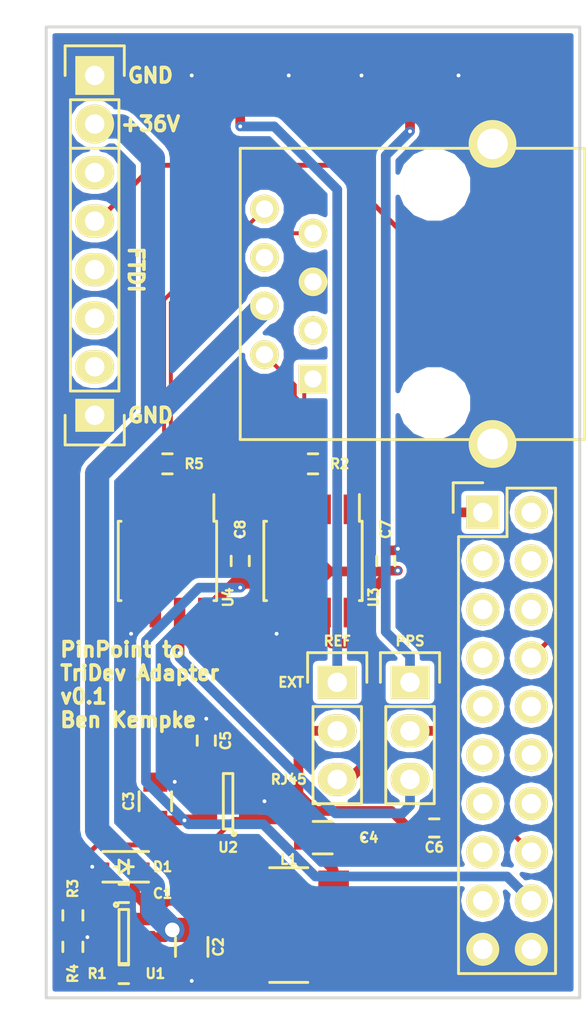
<source format=kicad_pcb>
(kicad_pcb (version 4) (host pcbnew "(2016-02-16 BZR 6568, Git 6c5f954)-product")

  (general
    (links 66)
    (no_connects 0)
    (area 101.670067 43.7823 132.510601 99.1966)
    (thickness 1.6)
    (drawings 13)
    (tracks 207)
    (zones 0)
    (modules 27)
    (nets 42)
  )

  (page A4)
  (layers
    (0 F.Cu signal)
    (1 In1.Cu signal)
    (2 In2.Cu signal)
    (31 B.Cu signal)
    (32 B.Adhes user)
    (33 F.Adhes user)
    (34 B.Paste user)
    (35 F.Paste user)
    (36 B.SilkS user)
    (37 F.SilkS user)
    (38 B.Mask user)
    (39 F.Mask user)
    (40 Dwgs.User user)
    (41 Cmts.User user)
    (42 Eco1.User user)
    (43 Eco2.User user)
    (44 Edge.Cuts user)
    (45 Margin user)
    (46 B.CrtYd user)
    (47 F.CrtYd user)
    (48 B.Fab user)
    (49 F.Fab user)
  )

  (setup
    (last_trace_width 0.1016)
    (user_trace_width 0.1016)
    (user_trace_width 0.254)
    (user_trace_width 0.508)
    (user_trace_width 1.27)
    (trace_clearance 0.1016)
    (zone_clearance 0.254)
    (zone_45_only no)
    (trace_min 0.1016)
    (segment_width 0.2)
    (edge_width 0.15)
    (via_size 0.4064)
    (via_drill 0.2032)
    (via_min_size 0.4064)
    (via_min_drill 0.2032)
    (user_via 0.4064 0.2032)
    (user_via 1.27 0.762)
    (uvia_size 0.3)
    (uvia_drill 0.1)
    (uvias_allowed no)
    (uvia_min_size 0)
    (uvia_min_drill 0)
    (pcb_text_width 0.3)
    (pcb_text_size 1.5 1.5)
    (mod_edge_width 0.15)
    (mod_text_size 0.508 0.508)
    (mod_text_width 0.127)
    (pad_size 1.524 1.524)
    (pad_drill 0.762)
    (pad_to_mask_clearance 0.0254)
    (aux_axis_origin 0 0)
    (visible_elements FFFFFF7F)
    (pcbplotparams
      (layerselection 0x00030_ffffffff)
      (usegerberextensions false)
      (excludeedgelayer true)
      (linewidth 0.100000)
      (plotframeref false)
      (viasonmask false)
      (mode 1)
      (useauxorigin false)
      (hpglpennumber 1)
      (hpglpenspeed 20)
      (hpglpendiameter 15)
      (psnegative false)
      (psa4output false)
      (plotreference true)
      (plotvalue true)
      (plotinvisibletext false)
      (padsonsilk false)
      (subtractmaskfromsilk false)
      (outputformat 1)
      (mirror false)
      (drillshape 1)
      (scaleselection 1)
      (outputdirectory ""))
  )

  (net 0 "")
  (net 1 "Net-(C1-Pad1)")
  (net 2 "Net-(C1-Pad2)")
  (net 3 VDD)
  (net 4 GND)
  (net 5 V3P3)
  (net 6 "Net-(C4-Pad1)")
  (net 7 "Net-(C5-Pad1)")
  (net 8 "Net-(C6-Pad1)")
  (net 9 "Net-(C6-Pad2)")
  (net 10 /IN_REF+)
  (net 11 /IN_REF-)
  (net 12 "Net-(J1-Pad3)")
  (net 13 "Net-(J1-Pad6)")
  (net 14 /IN_PPS+)
  (net 15 /IN_PPS-)
  (net 16 "Net-(P1-Pad1)")
  (net 17 "Net-(P2-Pad3)")
  (net 18 "Net-(P3-Pad1)")
  (net 19 "Net-(P4-Pad2)")
  (net 20 "Net-(P4-Pad3)")
  (net 21 "Net-(P4-Pad4)")
  (net 22 "Net-(P4-Pad5)")
  (net 23 "Net-(P4-Pad6)")
  (net 24 "Net-(P5-Pad2)")
  (net 25 "Net-(P5-Pad3)")
  (net 26 "Net-(P6-Pad2)")
  (net 27 "Net-(P6-Pad3)")
  (net 28 "Net-(P6-Pad4)")
  (net 29 "Net-(P6-Pad5)")
  (net 30 "Net-(P6-Pad6)")
  (net 31 "Net-(P6-Pad7)")
  (net 32 "Net-(P6-Pad9)")
  (net 33 "Net-(P6-Pad10)")
  (net 34 "Net-(P6-Pad11)")
  (net 35 "Net-(P6-Pad12)")
  (net 36 "Net-(P6-Pad13)")
  (net 37 "Net-(P6-Pad14)")
  (net 38 "Net-(P6-Pad15)")
  (net 39 "Net-(P6-Pad17)")
  (net 40 "Net-(R1-Pad2)")
  (net 41 "Net-(R3-Pad2)")

  (net_class Default "This is the default net class."
    (clearance 0.1016)
    (trace_width 0.1016)
    (via_dia 0.4064)
    (via_drill 0.2032)
    (uvia_dia 0.3)
    (uvia_drill 0.1)
    (add_net /IN_PPS+)
    (add_net /IN_PPS-)
    (add_net /IN_REF+)
    (add_net /IN_REF-)
    (add_net GND)
    (add_net "Net-(C1-Pad1)")
    (add_net "Net-(C1-Pad2)")
    (add_net "Net-(C4-Pad1)")
    (add_net "Net-(C5-Pad1)")
    (add_net "Net-(C6-Pad1)")
    (add_net "Net-(C6-Pad2)")
    (add_net "Net-(J1-Pad3)")
    (add_net "Net-(J1-Pad6)")
    (add_net "Net-(P1-Pad1)")
    (add_net "Net-(P2-Pad3)")
    (add_net "Net-(P3-Pad1)")
    (add_net "Net-(P4-Pad2)")
    (add_net "Net-(P4-Pad3)")
    (add_net "Net-(P4-Pad4)")
    (add_net "Net-(P4-Pad5)")
    (add_net "Net-(P4-Pad6)")
    (add_net "Net-(P5-Pad2)")
    (add_net "Net-(P5-Pad3)")
    (add_net "Net-(P6-Pad10)")
    (add_net "Net-(P6-Pad11)")
    (add_net "Net-(P6-Pad12)")
    (add_net "Net-(P6-Pad13)")
    (add_net "Net-(P6-Pad14)")
    (add_net "Net-(P6-Pad15)")
    (add_net "Net-(P6-Pad17)")
    (add_net "Net-(P6-Pad2)")
    (add_net "Net-(P6-Pad3)")
    (add_net "Net-(P6-Pad4)")
    (add_net "Net-(P6-Pad5)")
    (add_net "Net-(P6-Pad6)")
    (add_net "Net-(P6-Pad7)")
    (add_net "Net-(P6-Pad9)")
    (add_net "Net-(R1-Pad2)")
    (add_net "Net-(R3-Pad2)")
    (add_net V3P3)
    (add_net VDD)
  )

  (module Capacitors_SMD:C_0402 (layer F.Cu) (tedit 5415D599) (tstamp 56C92CC2)
    (at 108.204 92.329 180)
    (descr "Capacitor SMD 0402, reflow soldering, AVX (see smccp.pdf)")
    (tags "capacitor 0402")
    (path /56C9367E)
    (attr smd)
    (fp_text reference C1 (at -2.032 0 180) (layer F.SilkS)
      (effects (font (size 0.508 0.508) (thickness 0.127)))
    )
    (fp_text value C_Small (at 0 1.7 180) (layer F.Fab)
      (effects (font (size 1 1) (thickness 0.15)))
    )
    (fp_line (start -1.15 -0.6) (end 1.15 -0.6) (layer F.CrtYd) (width 0.05))
    (fp_line (start -1.15 0.6) (end 1.15 0.6) (layer F.CrtYd) (width 0.05))
    (fp_line (start -1.15 -0.6) (end -1.15 0.6) (layer F.CrtYd) (width 0.05))
    (fp_line (start 1.15 -0.6) (end 1.15 0.6) (layer F.CrtYd) (width 0.05))
    (fp_line (start 0.25 -0.475) (end -0.25 -0.475) (layer F.SilkS) (width 0.15))
    (fp_line (start -0.25 0.475) (end 0.25 0.475) (layer F.SilkS) (width 0.15))
    (pad 1 smd rect (at -0.55 0 180) (size 0.6 0.5) (layers F.Cu F.Paste F.Mask)
      (net 1 "Net-(C1-Pad1)"))
    (pad 2 smd rect (at 0.55 0 180) (size 0.6 0.5) (layers F.Cu F.Paste F.Mask)
      (net 2 "Net-(C1-Pad2)"))
    (model Capacitors_SMD.3dshapes/C_0402.wrl
      (at (xyz 0 0 0))
      (scale (xyz 1 1 1))
      (rotate (xyz 0 0 0))
    )
  )

  (module Capacitors_SMD:C_0805 (layer F.Cu) (tedit 5415D6EA) (tstamp 56C92CC8)
    (at 111.76 95.123 270)
    (descr "Capacitor SMD 0805, reflow soldering, AVX (see smccp.pdf)")
    (tags "capacitor 0805")
    (path /56C93342)
    (attr smd)
    (fp_text reference C2 (at 0 -1.397 270) (layer F.SilkS)
      (effects (font (size 0.508 0.508) (thickness 0.127)))
    )
    (fp_text value 4.7uF (at 0 2.1 270) (layer F.Fab)
      (effects (font (size 1 1) (thickness 0.15)))
    )
    (fp_line (start -1.8 -1) (end 1.8 -1) (layer F.CrtYd) (width 0.05))
    (fp_line (start -1.8 1) (end 1.8 1) (layer F.CrtYd) (width 0.05))
    (fp_line (start -1.8 -1) (end -1.8 1) (layer F.CrtYd) (width 0.05))
    (fp_line (start 1.8 -1) (end 1.8 1) (layer F.CrtYd) (width 0.05))
    (fp_line (start 0.5 -0.85) (end -0.5 -0.85) (layer F.SilkS) (width 0.15))
    (fp_line (start -0.5 0.85) (end 0.5 0.85) (layer F.SilkS) (width 0.15))
    (pad 1 smd rect (at -1 0 270) (size 1 1.25) (layers F.Cu F.Paste F.Mask)
      (net 3 VDD))
    (pad 2 smd rect (at 1 0 270) (size 1 1.25) (layers F.Cu F.Paste F.Mask)
      (net 4 GND))
    (model Capacitors_SMD.3dshapes/C_0805.wrl
      (at (xyz 0 0 0))
      (scale (xyz 1 1 1))
      (rotate (xyz 0 0 0))
    )
  )

  (module Capacitors_SMD:C_0805 (layer F.Cu) (tedit 5415D6EA) (tstamp 56C92CCE)
    (at 109.855 87.503 90)
    (descr "Capacitor SMD 0805, reflow soldering, AVX (see smccp.pdf)")
    (tags "capacitor 0805")
    (path /56C9440D)
    (attr smd)
    (fp_text reference C3 (at 0 -1.397 90) (layer F.SilkS)
      (effects (font (size 0.508 0.508) (thickness 0.127)))
    )
    (fp_text value 4.7uF (at 0 2.1 90) (layer F.Fab)
      (effects (font (size 1 1) (thickness 0.15)))
    )
    (fp_line (start -1.8 -1) (end 1.8 -1) (layer F.CrtYd) (width 0.05))
    (fp_line (start -1.8 1) (end 1.8 1) (layer F.CrtYd) (width 0.05))
    (fp_line (start -1.8 -1) (end -1.8 1) (layer F.CrtYd) (width 0.05))
    (fp_line (start 1.8 -1) (end 1.8 1) (layer F.CrtYd) (width 0.05))
    (fp_line (start 0.5 -0.85) (end -0.5 -0.85) (layer F.SilkS) (width 0.15))
    (fp_line (start -0.5 0.85) (end 0.5 0.85) (layer F.SilkS) (width 0.15))
    (pad 1 smd rect (at -1 0 90) (size 1 1.25) (layers F.Cu F.Paste F.Mask)
      (net 5 V3P3))
    (pad 2 smd rect (at 1 0 90) (size 1 1.25) (layers F.Cu F.Paste F.Mask)
      (net 4 GND))
    (model Capacitors_SMD.3dshapes/C_0805.wrl
      (at (xyz 0 0 0))
      (scale (xyz 1 1 1))
      (rotate (xyz 0 0 0))
    )
  )

  (module Capacitors_SMD:C_0805 (layer F.Cu) (tedit 5415D6EA) (tstamp 56C92CD4)
    (at 118.618 89.408)
    (descr "Capacitor SMD 0805, reflow soldering, AVX (see smccp.pdf)")
    (tags "capacitor 0805")
    (path /56C93DCE)
    (attr smd)
    (fp_text reference C4 (at 2.413 0) (layer F.SilkS)
      (effects (font (size 0.508 0.508) (thickness 0.127)))
    )
    (fp_text value 10uF (at 0 2.1) (layer F.Fab)
      (effects (font (size 1 1) (thickness 0.15)))
    )
    (fp_line (start -1.8 -1) (end 1.8 -1) (layer F.CrtYd) (width 0.05))
    (fp_line (start -1.8 1) (end 1.8 1) (layer F.CrtYd) (width 0.05))
    (fp_line (start -1.8 -1) (end -1.8 1) (layer F.CrtYd) (width 0.05))
    (fp_line (start 1.8 -1) (end 1.8 1) (layer F.CrtYd) (width 0.05))
    (fp_line (start 0.5 -0.85) (end -0.5 -0.85) (layer F.SilkS) (width 0.15))
    (fp_line (start -0.5 0.85) (end 0.5 0.85) (layer F.SilkS) (width 0.15))
    (pad 1 smd rect (at -1 0) (size 1 1.25) (layers F.Cu F.Paste F.Mask)
      (net 6 "Net-(C4-Pad1)"))
    (pad 2 smd rect (at 1 0) (size 1 1.25) (layers F.Cu F.Paste F.Mask)
      (net 4 GND))
    (model Capacitors_SMD.3dshapes/C_0805.wrl
      (at (xyz 0 0 0))
      (scale (xyz 1 1 1))
      (rotate (xyz 0 0 0))
    )
  )

  (module Capacitors_SMD:C_0402 (layer F.Cu) (tedit 5415D599) (tstamp 56C92CDA)
    (at 112.522 84.328 90)
    (descr "Capacitor SMD 0402, reflow soldering, AVX (see smccp.pdf)")
    (tags "capacitor 0402")
    (path /56C94114)
    (attr smd)
    (fp_text reference C5 (at 0 1.016 90) (layer F.SilkS)
      (effects (font (size 0.508 0.508) (thickness 0.127)))
    )
    (fp_text value 10nF (at 0 1.7 90) (layer F.Fab)
      (effects (font (size 1 1) (thickness 0.15)))
    )
    (fp_line (start -1.15 -0.6) (end 1.15 -0.6) (layer F.CrtYd) (width 0.05))
    (fp_line (start -1.15 0.6) (end 1.15 0.6) (layer F.CrtYd) (width 0.05))
    (fp_line (start -1.15 -0.6) (end -1.15 0.6) (layer F.CrtYd) (width 0.05))
    (fp_line (start 1.15 -0.6) (end 1.15 0.6) (layer F.CrtYd) (width 0.05))
    (fp_line (start 0.25 -0.475) (end -0.25 -0.475) (layer F.SilkS) (width 0.15))
    (fp_line (start -0.25 0.475) (end 0.25 0.475) (layer F.SilkS) (width 0.15))
    (pad 1 smd rect (at -0.55 0 90) (size 0.6 0.5) (layers F.Cu F.Paste F.Mask)
      (net 7 "Net-(C5-Pad1)"))
    (pad 2 smd rect (at 0.55 0 90) (size 0.6 0.5) (layers F.Cu F.Paste F.Mask)
      (net 4 GND))
    (model Capacitors_SMD.3dshapes/C_0402.wrl
      (at (xyz 0 0 0))
      (scale (xyz 1 1 1))
      (rotate (xyz 0 0 0))
    )
  )

  (module Capacitors_SMD:C_0402 (layer F.Cu) (tedit 5415D599) (tstamp 56C92CE0)
    (at 124.46 88.9 180)
    (descr "Capacitor SMD 0402, reflow soldering, AVX (see smccp.pdf)")
    (tags "capacitor 0402")
    (path /56C95912)
    (attr smd)
    (fp_text reference C6 (at 0 -1.016 180) (layer F.SilkS)
      (effects (font (size 0.508 0.508) (thickness 0.127)))
    )
    (fp_text value 0.1uF (at 0 1.7 180) (layer F.Fab)
      (effects (font (size 1 1) (thickness 0.15)))
    )
    (fp_line (start -1.15 -0.6) (end 1.15 -0.6) (layer F.CrtYd) (width 0.05))
    (fp_line (start -1.15 0.6) (end 1.15 0.6) (layer F.CrtYd) (width 0.05))
    (fp_line (start -1.15 -0.6) (end -1.15 0.6) (layer F.CrtYd) (width 0.05))
    (fp_line (start 1.15 -0.6) (end 1.15 0.6) (layer F.CrtYd) (width 0.05))
    (fp_line (start 0.25 -0.475) (end -0.25 -0.475) (layer F.SilkS) (width 0.15))
    (fp_line (start -0.25 0.475) (end 0.25 0.475) (layer F.SilkS) (width 0.15))
    (pad 1 smd rect (at -0.55 0 180) (size 0.6 0.5) (layers F.Cu F.Paste F.Mask)
      (net 8 "Net-(C6-Pad1)"))
    (pad 2 smd rect (at 0.55 0 180) (size 0.6 0.5) (layers F.Cu F.Paste F.Mask)
      (net 9 "Net-(C6-Pad2)"))
    (model Capacitors_SMD.3dshapes/C_0402.wrl
      (at (xyz 0 0 0))
      (scale (xyz 1 1 1))
      (rotate (xyz 0 0 0))
    )
  )

  (module Capacitors_SMD:C_0402 (layer F.Cu) (tedit 5415D599) (tstamp 56C92CE6)
    (at 121.92 74.93 90)
    (descr "Capacitor SMD 0402, reflow soldering, AVX (see smccp.pdf)")
    (tags "capacitor 0402")
    (path /56C94F1B)
    (attr smd)
    (fp_text reference C7 (at 1.651 0 90) (layer F.SilkS)
      (effects (font (size 0.508 0.508) (thickness 0.127)))
    )
    (fp_text value 0.1uF (at 0 1.7 90) (layer F.Fab)
      (effects (font (size 1 1) (thickness 0.15)))
    )
    (fp_line (start -1.15 -0.6) (end 1.15 -0.6) (layer F.CrtYd) (width 0.05))
    (fp_line (start -1.15 0.6) (end 1.15 0.6) (layer F.CrtYd) (width 0.05))
    (fp_line (start -1.15 -0.6) (end -1.15 0.6) (layer F.CrtYd) (width 0.05))
    (fp_line (start 1.15 -0.6) (end 1.15 0.6) (layer F.CrtYd) (width 0.05))
    (fp_line (start 0.25 -0.475) (end -0.25 -0.475) (layer F.SilkS) (width 0.15))
    (fp_line (start -0.25 0.475) (end 0.25 0.475) (layer F.SilkS) (width 0.15))
    (pad 1 smd rect (at -0.55 0 90) (size 0.6 0.5) (layers F.Cu F.Paste F.Mask)
      (net 5 V3P3))
    (pad 2 smd rect (at 0.55 0 90) (size 0.6 0.5) (layers F.Cu F.Paste F.Mask)
      (net 4 GND))
    (model Capacitors_SMD.3dshapes/C_0402.wrl
      (at (xyz 0 0 0))
      (scale (xyz 1 1 1))
      (rotate (xyz 0 0 0))
    )
  )

  (module Capacitors_SMD:C_0402 (layer F.Cu) (tedit 5415D599) (tstamp 56C92CEC)
    (at 114.3 74.93 90)
    (descr "Capacitor SMD 0402, reflow soldering, AVX (see smccp.pdf)")
    (tags "capacitor 0402")
    (path /56C94E37)
    (attr smd)
    (fp_text reference C8 (at 1.651 0 90) (layer F.SilkS)
      (effects (font (size 0.508 0.508) (thickness 0.127)))
    )
    (fp_text value 0.1uF (at 0 1.7 90) (layer F.Fab)
      (effects (font (size 1 1) (thickness 0.15)))
    )
    (fp_line (start -1.15 -0.6) (end 1.15 -0.6) (layer F.CrtYd) (width 0.05))
    (fp_line (start -1.15 0.6) (end 1.15 0.6) (layer F.CrtYd) (width 0.05))
    (fp_line (start -1.15 -0.6) (end -1.15 0.6) (layer F.CrtYd) (width 0.05))
    (fp_line (start 1.15 -0.6) (end 1.15 0.6) (layer F.CrtYd) (width 0.05))
    (fp_line (start 0.25 -0.475) (end -0.25 -0.475) (layer F.SilkS) (width 0.15))
    (fp_line (start -0.25 0.475) (end 0.25 0.475) (layer F.SilkS) (width 0.15))
    (pad 1 smd rect (at -0.55 0 90) (size 0.6 0.5) (layers F.Cu F.Paste F.Mask)
      (net 5 V3P3))
    (pad 2 smd rect (at 0.55 0 90) (size 0.6 0.5) (layers F.Cu F.Paste F.Mask)
      (net 4 GND))
    (model Capacitors_SMD.3dshapes/C_0402.wrl
      (at (xyz 0 0 0))
      (scale (xyz 1 1 1))
      (rotate (xyz 0 0 0))
    )
  )

  (module Diodes_SMD:SOD-323 (layer F.Cu) (tedit 5530FC5E) (tstamp 56C92CF2)
    (at 108.204 90.932 180)
    (descr SOD-323)
    (tags SOD-323)
    (path /56C9371A)
    (attr smd)
    (fp_text reference D1 (at -2.032 0 180) (layer F.SilkS)
      (effects (font (size 0.508 0.508) (thickness 0.127)))
    )
    (fp_text value D_Schottky (at 0.1 1.9 180) (layer F.Fab)
      (effects (font (size 1 1) (thickness 0.15)))
    )
    (fp_line (start 0.25 0) (end 0.5 0) (layer F.SilkS) (width 0.15))
    (fp_line (start -0.25 0) (end -0.5 0) (layer F.SilkS) (width 0.15))
    (fp_line (start -0.25 0) (end 0.25 -0.35) (layer F.SilkS) (width 0.15))
    (fp_line (start 0.25 -0.35) (end 0.25 0.35) (layer F.SilkS) (width 0.15))
    (fp_line (start 0.25 0.35) (end -0.25 0) (layer F.SilkS) (width 0.15))
    (fp_line (start -0.25 -0.35) (end -0.25 0.35) (layer F.SilkS) (width 0.15))
    (fp_line (start -1.5 -0.95) (end 1.5 -0.95) (layer F.CrtYd) (width 0.05))
    (fp_line (start 1.5 -0.95) (end 1.5 0.95) (layer F.CrtYd) (width 0.05))
    (fp_line (start -1.5 0.95) (end 1.5 0.95) (layer F.CrtYd) (width 0.05))
    (fp_line (start -1.5 -0.95) (end -1.5 0.95) (layer F.CrtYd) (width 0.05))
    (fp_line (start -1.3 0.8) (end 1.1 0.8) (layer F.SilkS) (width 0.15))
    (fp_line (start -1.3 -0.8) (end 1.1 -0.8) (layer F.SilkS) (width 0.15))
    (pad 1 smd rect (at -1.055 0 180) (size 0.59 0.45) (layers F.Cu F.Paste F.Mask)
      (net 1 "Net-(C1-Pad1)"))
    (pad 2 smd rect (at 1.055 0 180) (size 0.59 0.45) (layers F.Cu F.Paste F.Mask)
      (net 4 GND))
  )

  (module polypoint:RJ45_8 (layer F.Cu) (tedit 56C93539) (tstamp 56C92D02)
    (at 124.46 60.96 90)
    (tags RJ45)
    (path /56C92788)
    (fp_text reference J1 (at 0.254 4.826 90) (layer F.SilkS) hide
      (effects (font (size 0.508 0.508) (thickness 0.127)))
    )
    (fp_text value RJ45 (at 0.14224 -0.1016 90) (layer F.Fab)
      (effects (font (size 1 1) (thickness 0.15)))
    )
    (fp_line (start -7.62 7.874) (end 7.62 7.874) (layer F.SilkS) (width 0.15))
    (fp_line (start 7.62 7.874) (end 7.62 -10.16) (layer F.SilkS) (width 0.15))
    (fp_line (start 7.62 -10.16) (end -7.62 -10.16) (layer F.SilkS) (width 0.15))
    (fp_line (start -7.62 -10.16) (end -7.62 7.874) (layer F.SilkS) (width 0.15))
    (pad "" np_thru_hole circle (at 5.715 0 90) (size 3.2512 3.2512) (drill 3.2512) (layers *.Cu *.Mask F.SilkS))
    (pad "" np_thru_hole circle (at -5.715 0 90) (size 3.2512 3.2512) (drill 3.2512) (layers *.Cu *.Mask F.SilkS))
    (pad 1 thru_hole rect (at -4.445 -6.35 90) (size 1.50114 1.50114) (drill 0.89916) (layers *.Cu *.Mask F.SilkS)
      (net 10 /IN_REF+))
    (pad 2 thru_hole circle (at -3.175 -8.89 90) (size 1.50114 1.50114) (drill 0.89916) (layers *.Cu *.Mask F.SilkS)
      (net 11 /IN_REF-))
    (pad 3 thru_hole circle (at -1.905 -6.35 90) (size 1.50114 1.50114) (drill 0.89916) (layers *.Cu *.Mask F.SilkS)
      (net 12 "Net-(J1-Pad3)"))
    (pad 4 thru_hole circle (at -0.635 -8.89 90) (size 1.50114 1.50114) (drill 0.89916) (layers *.Cu *.Mask F.SilkS)
      (net 3 VDD))
    (pad 5 thru_hole circle (at 0.635 -6.35 90) (size 1.50114 1.50114) (drill 0.89916) (layers *.Cu *.Mask F.SilkS)
      (net 4 GND))
    (pad 6 thru_hole circle (at 1.905 -8.89 90) (size 1.50114 1.50114) (drill 0.89916) (layers *.Cu *.Mask F.SilkS)
      (net 13 "Net-(J1-Pad6)"))
    (pad 7 thru_hole circle (at 3.175 -6.35 90) (size 1.50114 1.50114) (drill 0.89916) (layers *.Cu *.Mask F.SilkS)
      (net 14 /IN_PPS+))
    (pad 8 thru_hole circle (at 4.445 -8.89 90) (size 1.50114 1.50114) (drill 0.89916) (layers *.Cu *.Mask F.SilkS)
      (net 15 /IN_PPS-))
    (pad 9 thru_hole circle (at -7.85 3.05 90) (size 2.5 2.5) (drill 1.6) (layers *.Cu *.Mask F.SilkS)
      (net 4 GND))
    (pad 9 thru_hole circle (at 7.85 3.05 90) (size 2.5 2.5) (drill 1.6) (layers *.Cu *.Mask F.SilkS)
      (net 4 GND))
    (model Connect.3dshapes/RJ45_8.wrl
      (at (xyz 0 0 0))
      (scale (xyz 0.4 0.4 0.4))
      (rotate (xyz 0 0 0))
    )
  )

  (module polypoint:NR6045 (layer F.Cu) (tedit 56C8F0B8) (tstamp 56C92D08)
    (at 116.84 93.98)
    (path /56C93A08)
    (fp_text reference L1 (at 0 -3.429) (layer F.SilkS)
      (effects (font (size 0.508 0.508) (thickness 0.127)))
    )
    (fp_text value INDUCTOR_SMALL (at 0 4) (layer F.Fab)
      (effects (font (size 1 1) (thickness 0.15)))
    )
    (fp_line (start 1 3) (end -1 3) (layer F.SilkS) (width 0.15))
    (fp_line (start -1 -3) (end 1 -3) (layer F.SilkS) (width 0.15))
    (pad 1 smd rect (at -2.35 0) (size 1.6 5.7) (layers F.Cu F.Paste F.Mask)
      (net 1 "Net-(C1-Pad1)"))
    (pad 2 smd rect (at 2.35 0) (size 1.6 5.7) (layers F.Cu F.Paste F.Mask)
      (net 6 "Net-(C4-Pad1)"))
  )

  (module polypoint:SMA_EDGE (layer F.Cu) (tedit 56C9353E) (tstamp 56C92D11)
    (at 114.3 49.53 90)
    (path /56C96534)
    (fp_text reference P1 (at 0 4.5 90) (layer F.SilkS) hide
      (effects (font (size 0.508 0.508) (thickness 0.127)))
    )
    (fp_text value SMA (at 0 -4.5 90) (layer F.Fab)
      (effects (font (size 1 1) (thickness 0.15)))
    )
    (pad 1 smd rect (at 0 0 90) (size 4.06 1.52) (layers F.Cu F.Paste F.Mask)
      (net 16 "Net-(P1-Pad1)"))
    (pad 2 smd rect (at 0 -2.54 90) (size 4.06 1.52) (layers F.Cu F.Paste F.Mask)
      (net 4 GND))
    (pad 2 smd rect (at 0 2.54 90) (size 4.06 1.52) (layers F.Cu F.Paste F.Mask)
      (net 4 GND))
    (pad 2 smd rect (at 0 -2.54 90) (size 4.06 1.52) (layers B.Cu B.Paste B.Mask)
      (net 4 GND))
    (pad 2 smd rect (at 0 2.54 90) (size 4.06 1.52) (layers B.Cu B.Paste B.Mask)
      (net 4 GND))
  )

  (module Pin_Headers:Pin_Header_Straight_1x03 (layer F.Cu) (tedit 56C93574) (tstamp 56C92D18)
    (at 119.38 81.28)
    (descr "Through hole pin header")
    (tags "pin header")
    (path /56C95EDD)
    (fp_text reference P2 (at 0 -5.1) (layer F.SilkS) hide
      (effects (font (size 0.508 0.508) (thickness 0.127)))
    )
    (fp_text value CONN_01X03 (at 0 -3.1) (layer F.Fab)
      (effects (font (size 1 1) (thickness 0.15)))
    )
    (fp_line (start -1.75 -1.75) (end -1.75 6.85) (layer F.CrtYd) (width 0.05))
    (fp_line (start 1.75 -1.75) (end 1.75 6.85) (layer F.CrtYd) (width 0.05))
    (fp_line (start -1.75 -1.75) (end 1.75 -1.75) (layer F.CrtYd) (width 0.05))
    (fp_line (start -1.75 6.85) (end 1.75 6.85) (layer F.CrtYd) (width 0.05))
    (fp_line (start -1.27 1.27) (end -1.27 6.35) (layer F.SilkS) (width 0.15))
    (fp_line (start -1.27 6.35) (end 1.27 6.35) (layer F.SilkS) (width 0.15))
    (fp_line (start 1.27 6.35) (end 1.27 1.27) (layer F.SilkS) (width 0.15))
    (fp_line (start 1.55 -1.55) (end 1.55 0) (layer F.SilkS) (width 0.15))
    (fp_line (start 1.27 1.27) (end -1.27 1.27) (layer F.SilkS) (width 0.15))
    (fp_line (start -1.55 0) (end -1.55 -1.55) (layer F.SilkS) (width 0.15))
    (fp_line (start -1.55 -1.55) (end 1.55 -1.55) (layer F.SilkS) (width 0.15))
    (pad 1 thru_hole rect (at 0 0) (size 2.032 1.7272) (drill 1.016) (layers *.Cu *.Mask F.SilkS)
      (net 16 "Net-(P1-Pad1)"))
    (pad 2 thru_hole oval (at 0 2.54) (size 2.032 1.7272) (drill 1.016) (layers *.Cu *.Mask F.SilkS)
      (net 9 "Net-(C6-Pad2)"))
    (pad 3 thru_hole oval (at 0 5.08) (size 2.032 1.7272) (drill 1.016) (layers *.Cu *.Mask F.SilkS)
      (net 17 "Net-(P2-Pad3)"))
    (model Pin_Headers.3dshapes/Pin_Header_Straight_1x03.wrl
      (at (xyz 0 -0.1 0))
      (scale (xyz 1 1 1))
      (rotate (xyz 0 0 90))
    )
  )

  (module polypoint:SMA_EDGE (layer F.Cu) (tedit 56C9353C) (tstamp 56C92D21)
    (at 123.19 49.53 90)
    (path /56C95ADD)
    (fp_text reference P3 (at 0 4.5 90) (layer F.SilkS) hide
      (effects (font (size 0.508 0.508) (thickness 0.127)))
    )
    (fp_text value SMA (at 0 -4.5 90) (layer F.Fab)
      (effects (font (size 1 1) (thickness 0.15)))
    )
    (pad 1 smd rect (at 0 0 90) (size 4.06 1.52) (layers F.Cu F.Paste F.Mask)
      (net 18 "Net-(P3-Pad1)"))
    (pad 2 smd rect (at 0 -2.54 90) (size 4.06 1.52) (layers F.Cu F.Paste F.Mask)
      (net 4 GND))
    (pad 2 smd rect (at 0 2.54 90) (size 4.06 1.52) (layers F.Cu F.Paste F.Mask)
      (net 4 GND))
    (pad 2 smd rect (at 0 -2.54 90) (size 4.06 1.52) (layers B.Cu B.Paste B.Mask)
      (net 4 GND))
    (pad 2 smd rect (at 0 2.54 90) (size 4.06 1.52) (layers B.Cu B.Paste B.Mask)
      (net 4 GND))
  )

  (module Pin_Headers:Pin_Header_Straight_1x06 (layer F.Cu) (tedit 56C93585) (tstamp 56C92D2B)
    (at 106.68 67.31 180)
    (descr "Through hole pin header")
    (tags "pin header")
    (path /56C96FCD)
    (fp_text reference P4 (at 0 -5.1 180) (layer F.SilkS) hide
      (effects (font (size 0.508 0.508) (thickness 0.127)))
    )
    (fp_text value CONN_01X06 (at 0 -3.1 180) (layer F.Fab)
      (effects (font (size 1 1) (thickness 0.15)))
    )
    (fp_line (start -1.75 -1.75) (end -1.75 14.45) (layer F.CrtYd) (width 0.05))
    (fp_line (start 1.75 -1.75) (end 1.75 14.45) (layer F.CrtYd) (width 0.05))
    (fp_line (start -1.75 -1.75) (end 1.75 -1.75) (layer F.CrtYd) (width 0.05))
    (fp_line (start -1.75 14.45) (end 1.75 14.45) (layer F.CrtYd) (width 0.05))
    (fp_line (start 1.27 1.27) (end 1.27 13.97) (layer F.SilkS) (width 0.15))
    (fp_line (start 1.27 13.97) (end -1.27 13.97) (layer F.SilkS) (width 0.15))
    (fp_line (start -1.27 13.97) (end -1.27 1.27) (layer F.SilkS) (width 0.15))
    (fp_line (start 1.55 -1.55) (end 1.55 0) (layer F.SilkS) (width 0.15))
    (fp_line (start 1.27 1.27) (end -1.27 1.27) (layer F.SilkS) (width 0.15))
    (fp_line (start -1.55 0) (end -1.55 -1.55) (layer F.SilkS) (width 0.15))
    (fp_line (start -1.55 -1.55) (end 1.55 -1.55) (layer F.SilkS) (width 0.15))
    (pad 1 thru_hole rect (at 0 0 180) (size 2.032 1.7272) (drill 1.016) (layers *.Cu *.Mask F.SilkS)
      (net 4 GND))
    (pad 2 thru_hole oval (at 0 2.54 180) (size 2.032 1.7272) (drill 1.016) (layers *.Cu *.Mask F.SilkS)
      (net 19 "Net-(P4-Pad2)"))
    (pad 3 thru_hole oval (at 0 5.08 180) (size 2.032 1.7272) (drill 1.016) (layers *.Cu *.Mask F.SilkS)
      (net 20 "Net-(P4-Pad3)"))
    (pad 4 thru_hole oval (at 0 7.62 180) (size 2.032 1.7272) (drill 1.016) (layers *.Cu *.Mask F.SilkS)
      (net 21 "Net-(P4-Pad4)"))
    (pad 5 thru_hole oval (at 0 10.16 180) (size 2.032 1.7272) (drill 1.016) (layers *.Cu *.Mask F.SilkS)
      (net 22 "Net-(P4-Pad5)"))
    (pad 6 thru_hole oval (at 0 12.7 180) (size 2.032 1.7272) (drill 1.016) (layers *.Cu *.Mask F.SilkS)
      (net 23 "Net-(P4-Pad6)"))
    (model Pin_Headers.3dshapes/Pin_Header_Straight_1x06.wrl
      (at (xyz 0 -0.25 0))
      (scale (xyz 1 1 1))
      (rotate (xyz 0 0 90))
    )
  )

  (module Pin_Headers:Pin_Header_Straight_1x03 (layer F.Cu) (tedit 56C93544) (tstamp 56C92D32)
    (at 123.19 81.28)
    (descr "Through hole pin header")
    (tags "pin header")
    (path /56C95BFB)
    (fp_text reference P5 (at 0 -5.1) (layer F.SilkS) hide
      (effects (font (size 0.508 0.508) (thickness 0.127)))
    )
    (fp_text value CONN_01X03 (at 0 -3.1) (layer F.Fab)
      (effects (font (size 1 1) (thickness 0.15)))
    )
    (fp_line (start -1.75 -1.75) (end -1.75 6.85) (layer F.CrtYd) (width 0.05))
    (fp_line (start 1.75 -1.75) (end 1.75 6.85) (layer F.CrtYd) (width 0.05))
    (fp_line (start -1.75 -1.75) (end 1.75 -1.75) (layer F.CrtYd) (width 0.05))
    (fp_line (start -1.75 6.85) (end 1.75 6.85) (layer F.CrtYd) (width 0.05))
    (fp_line (start -1.27 1.27) (end -1.27 6.35) (layer F.SilkS) (width 0.15))
    (fp_line (start -1.27 6.35) (end 1.27 6.35) (layer F.SilkS) (width 0.15))
    (fp_line (start 1.27 6.35) (end 1.27 1.27) (layer F.SilkS) (width 0.15))
    (fp_line (start 1.55 -1.55) (end 1.55 0) (layer F.SilkS) (width 0.15))
    (fp_line (start 1.27 1.27) (end -1.27 1.27) (layer F.SilkS) (width 0.15))
    (fp_line (start -1.55 0) (end -1.55 -1.55) (layer F.SilkS) (width 0.15))
    (fp_line (start -1.55 -1.55) (end 1.55 -1.55) (layer F.SilkS) (width 0.15))
    (pad 1 thru_hole rect (at 0 0) (size 2.032 1.7272) (drill 1.016) (layers *.Cu *.Mask F.SilkS)
      (net 18 "Net-(P3-Pad1)"))
    (pad 2 thru_hole oval (at 0 2.54) (size 2.032 1.7272) (drill 1.016) (layers *.Cu *.Mask F.SilkS)
      (net 24 "Net-(P5-Pad2)"))
    (pad 3 thru_hole oval (at 0 5.08) (size 2.032 1.7272) (drill 1.016) (layers *.Cu *.Mask F.SilkS)
      (net 25 "Net-(P5-Pad3)"))
    (model Pin_Headers.3dshapes/Pin_Header_Straight_1x03.wrl
      (at (xyz 0 -0.1 0))
      (scale (xyz 1 1 1))
      (rotate (xyz 0 0 90))
    )
  )

  (module Pin_Headers:Pin_Header_Straight_2x10 (layer F.Cu) (tedit 56C93597) (tstamp 56C92D4A)
    (at 127 72.39)
    (descr "Through hole pin header")
    (tags "pin header")
    (path /56C926AA)
    (fp_text reference P6 (at 0 -5.1) (layer F.SilkS) hide
      (effects (font (size 0.508 0.508) (thickness 0.127)))
    )
    (fp_text value CONN_02X10 (at 0 -3.1) (layer F.Fab)
      (effects (font (size 1 1) (thickness 0.15)))
    )
    (fp_line (start -1.75 -1.75) (end -1.75 24.65) (layer F.CrtYd) (width 0.05))
    (fp_line (start 4.3 -1.75) (end 4.3 24.65) (layer F.CrtYd) (width 0.05))
    (fp_line (start -1.75 -1.75) (end 4.3 -1.75) (layer F.CrtYd) (width 0.05))
    (fp_line (start -1.75 24.65) (end 4.3 24.65) (layer F.CrtYd) (width 0.05))
    (fp_line (start 3.81 24.13) (end 3.81 -1.27) (layer F.SilkS) (width 0.15))
    (fp_line (start -1.27 1.27) (end -1.27 24.13) (layer F.SilkS) (width 0.15))
    (fp_line (start 3.81 24.13) (end -1.27 24.13) (layer F.SilkS) (width 0.15))
    (fp_line (start 3.81 -1.27) (end 1.27 -1.27) (layer F.SilkS) (width 0.15))
    (fp_line (start 0 -1.55) (end -1.55 -1.55) (layer F.SilkS) (width 0.15))
    (fp_line (start 1.27 -1.27) (end 1.27 1.27) (layer F.SilkS) (width 0.15))
    (fp_line (start 1.27 1.27) (end -1.27 1.27) (layer F.SilkS) (width 0.15))
    (fp_line (start -1.55 -1.55) (end -1.55 0) (layer F.SilkS) (width 0.15))
    (pad 1 thru_hole rect (at 0 0) (size 1.7272 1.7272) (drill 1.016) (layers *.Cu *.Mask F.SilkS)
      (net 24 "Net-(P5-Pad2)"))
    (pad 2 thru_hole oval (at 2.54 0) (size 1.7272 1.7272) (drill 1.016) (layers *.Cu *.Mask F.SilkS)
      (net 26 "Net-(P6-Pad2)"))
    (pad 3 thru_hole oval (at 0 2.54) (size 1.7272 1.7272) (drill 1.016) (layers *.Cu *.Mask F.SilkS)
      (net 27 "Net-(P6-Pad3)"))
    (pad 4 thru_hole oval (at 2.54 2.54) (size 1.7272 1.7272) (drill 1.016) (layers *.Cu *.Mask F.SilkS)
      (net 28 "Net-(P6-Pad4)"))
    (pad 5 thru_hole oval (at 0 5.08) (size 1.7272 1.7272) (drill 1.016) (layers *.Cu *.Mask F.SilkS)
      (net 29 "Net-(P6-Pad5)"))
    (pad 6 thru_hole oval (at 2.54 5.08) (size 1.7272 1.7272) (drill 1.016) (layers *.Cu *.Mask F.SilkS)
      (net 30 "Net-(P6-Pad6)"))
    (pad 7 thru_hole oval (at 0 7.62) (size 1.7272 1.7272) (drill 1.016) (layers *.Cu *.Mask F.SilkS)
      (net 31 "Net-(P6-Pad7)"))
    (pad 8 thru_hole oval (at 2.54 7.62) (size 1.7272 1.7272) (drill 1.016) (layers *.Cu *.Mask F.SilkS)
      (net 22 "Net-(P4-Pad5)"))
    (pad 9 thru_hole oval (at 0 10.16) (size 1.7272 1.7272) (drill 1.016) (layers *.Cu *.Mask F.SilkS)
      (net 32 "Net-(P6-Pad9)"))
    (pad 10 thru_hole oval (at 2.54 10.16) (size 1.7272 1.7272) (drill 1.016) (layers *.Cu *.Mask F.SilkS)
      (net 33 "Net-(P6-Pad10)"))
    (pad 11 thru_hole oval (at 0 12.7) (size 1.7272 1.7272) (drill 1.016) (layers *.Cu *.Mask F.SilkS)
      (net 34 "Net-(P6-Pad11)"))
    (pad 12 thru_hole oval (at 2.54 12.7) (size 1.7272 1.7272) (drill 1.016) (layers *.Cu *.Mask F.SilkS)
      (net 35 "Net-(P6-Pad12)"))
    (pad 13 thru_hole oval (at 0 15.24) (size 1.7272 1.7272) (drill 1.016) (layers *.Cu *.Mask F.SilkS)
      (net 36 "Net-(P6-Pad13)"))
    (pad 14 thru_hole oval (at 2.54 15.24) (size 1.7272 1.7272) (drill 1.016) (layers *.Cu *.Mask F.SilkS)
      (net 37 "Net-(P6-Pad14)"))
    (pad 15 thru_hole oval (at 0 17.78) (size 1.7272 1.7272) (drill 1.016) (layers *.Cu *.Mask F.SilkS)
      (net 38 "Net-(P6-Pad15)"))
    (pad 16 thru_hole oval (at 2.54 17.78) (size 1.7272 1.7272) (drill 1.016) (layers *.Cu *.Mask F.SilkS)
      (net 8 "Net-(C6-Pad1)"))
    (pad 17 thru_hole oval (at 0 20.32) (size 1.7272 1.7272) (drill 1.016) (layers *.Cu *.Mask F.SilkS)
      (net 39 "Net-(P6-Pad17)"))
    (pad 18 thru_hole oval (at 2.54 20.32) (size 1.7272 1.7272) (drill 1.016) (layers *.Cu *.Mask F.SilkS)
      (net 5 V3P3))
    (pad 19 thru_hole oval (at 0 22.86) (size 1.7272 1.7272) (drill 1.016) (layers *.Cu *.Mask F.SilkS)
      (net 4 GND))
    (pad 20 thru_hole oval (at 2.54 22.86) (size 1.7272 1.7272) (drill 1.016) (layers *.Cu *.Mask F.SilkS)
      (net 4 GND))
    (model Pin_Headers.3dshapes/Pin_Header_Straight_2x10.wrl
      (at (xyz 0.05 -0.45 0))
      (scale (xyz 1 1 1))
      (rotate (xyz 0 0 90))
    )
  )

  (module Resistors_SMD:R_0402 (layer F.Cu) (tedit 5415CBB8) (tstamp 56C92D50)
    (at 108.204 96.52)
    (descr "Resistor SMD 0402, reflow soldering, Vishay (see dcrcw.pdf)")
    (tags "resistor 0402")
    (path /56C93282)
    (attr smd)
    (fp_text reference R1 (at -1.397 0) (layer F.SilkS)
      (effects (font (size 0.508 0.508) (thickness 0.127)))
    )
    (fp_text value 4.7K (at 0 1.8) (layer F.Fab)
      (effects (font (size 1 1) (thickness 0.15)))
    )
    (fp_line (start -0.95 -0.65) (end 0.95 -0.65) (layer F.CrtYd) (width 0.05))
    (fp_line (start -0.95 0.65) (end 0.95 0.65) (layer F.CrtYd) (width 0.05))
    (fp_line (start -0.95 -0.65) (end -0.95 0.65) (layer F.CrtYd) (width 0.05))
    (fp_line (start 0.95 -0.65) (end 0.95 0.65) (layer F.CrtYd) (width 0.05))
    (fp_line (start 0.25 -0.525) (end -0.25 -0.525) (layer F.SilkS) (width 0.15))
    (fp_line (start -0.25 0.525) (end 0.25 0.525) (layer F.SilkS) (width 0.15))
    (pad 1 smd rect (at -0.45 0) (size 0.4 0.6) (layers F.Cu F.Paste F.Mask)
      (net 3 VDD))
    (pad 2 smd rect (at 0.45 0) (size 0.4 0.6) (layers F.Cu F.Paste F.Mask)
      (net 40 "Net-(R1-Pad2)"))
    (model Resistors_SMD.3dshapes/R_0402.wrl
      (at (xyz 0 0 0))
      (scale (xyz 1 1 1))
      (rotate (xyz 0 0 0))
    )
  )

  (module Resistors_SMD:R_0402 (layer F.Cu) (tedit 5415CBB8) (tstamp 56C92D56)
    (at 118.11 69.85)
    (descr "Resistor SMD 0402, reflow soldering, Vishay (see dcrcw.pdf)")
    (tags "resistor 0402")
    (path /56C92FB3)
    (attr smd)
    (fp_text reference R2 (at 1.397 0) (layer F.SilkS)
      (effects (font (size 0.508 0.508) (thickness 0.127)))
    )
    (fp_text value 100 (at 0 1.8) (layer F.Fab)
      (effects (font (size 1 1) (thickness 0.15)))
    )
    (fp_line (start -0.95 -0.65) (end 0.95 -0.65) (layer F.CrtYd) (width 0.05))
    (fp_line (start -0.95 0.65) (end 0.95 0.65) (layer F.CrtYd) (width 0.05))
    (fp_line (start -0.95 -0.65) (end -0.95 0.65) (layer F.CrtYd) (width 0.05))
    (fp_line (start 0.95 -0.65) (end 0.95 0.65) (layer F.CrtYd) (width 0.05))
    (fp_line (start 0.25 -0.525) (end -0.25 -0.525) (layer F.SilkS) (width 0.15))
    (fp_line (start -0.25 0.525) (end 0.25 0.525) (layer F.SilkS) (width 0.15))
    (pad 1 smd rect (at -0.45 0) (size 0.4 0.6) (layers F.Cu F.Paste F.Mask)
      (net 11 /IN_REF-))
    (pad 2 smd rect (at 0.45 0) (size 0.4 0.6) (layers F.Cu F.Paste F.Mask)
      (net 10 /IN_REF+))
    (model Resistors_SMD.3dshapes/R_0402.wrl
      (at (xyz 0 0 0))
      (scale (xyz 1 1 1))
      (rotate (xyz 0 0 0))
    )
  )

  (module Resistors_SMD:R_0402 (layer F.Cu) (tedit 5415CBB8) (tstamp 56C92D5C)
    (at 105.537 93.472 270)
    (descr "Resistor SMD 0402, reflow soldering, Vishay (see dcrcw.pdf)")
    (tags "resistor 0402")
    (path /56C937C7)
    (attr smd)
    (fp_text reference R3 (at -1.397 0 270) (layer F.SilkS)
      (effects (font (size 0.508 0.508) (thickness 0.127)))
    )
    (fp_text value 49.9K (at 0 1.8 270) (layer F.Fab)
      (effects (font (size 1 1) (thickness 0.15)))
    )
    (fp_line (start -0.95 -0.65) (end 0.95 -0.65) (layer F.CrtYd) (width 0.05))
    (fp_line (start -0.95 0.65) (end 0.95 0.65) (layer F.CrtYd) (width 0.05))
    (fp_line (start -0.95 -0.65) (end -0.95 0.65) (layer F.CrtYd) (width 0.05))
    (fp_line (start 0.95 -0.65) (end 0.95 0.65) (layer F.CrtYd) (width 0.05))
    (fp_line (start 0.25 -0.525) (end -0.25 -0.525) (layer F.SilkS) (width 0.15))
    (fp_line (start -0.25 0.525) (end 0.25 0.525) (layer F.SilkS) (width 0.15))
    (pad 1 smd rect (at -0.45 0 270) (size 0.4 0.6) (layers F.Cu F.Paste F.Mask)
      (net 6 "Net-(C4-Pad1)"))
    (pad 2 smd rect (at 0.45 0 270) (size 0.4 0.6) (layers F.Cu F.Paste F.Mask)
      (net 41 "Net-(R3-Pad2)"))
    (model Resistors_SMD.3dshapes/R_0402.wrl
      (at (xyz 0 0 0))
      (scale (xyz 1 1 1))
      (rotate (xyz 0 0 0))
    )
  )

  (module Resistors_SMD:R_0402 (layer F.Cu) (tedit 5415CBB8) (tstamp 56C92D62)
    (at 105.537 95.123 90)
    (descr "Resistor SMD 0402, reflow soldering, Vishay (see dcrcw.pdf)")
    (tags "resistor 0402")
    (path /56C93827)
    (attr smd)
    (fp_text reference R4 (at -1.397 0 90) (layer F.SilkS)
      (effects (font (size 0.508 0.508) (thickness 0.127)))
    )
    (fp_text value 9.53K (at 0 1.8 90) (layer F.Fab)
      (effects (font (size 1 1) (thickness 0.15)))
    )
    (fp_line (start -0.95 -0.65) (end 0.95 -0.65) (layer F.CrtYd) (width 0.05))
    (fp_line (start -0.95 0.65) (end 0.95 0.65) (layer F.CrtYd) (width 0.05))
    (fp_line (start -0.95 -0.65) (end -0.95 0.65) (layer F.CrtYd) (width 0.05))
    (fp_line (start 0.95 -0.65) (end 0.95 0.65) (layer F.CrtYd) (width 0.05))
    (fp_line (start 0.25 -0.525) (end -0.25 -0.525) (layer F.SilkS) (width 0.15))
    (fp_line (start -0.25 0.525) (end 0.25 0.525) (layer F.SilkS) (width 0.15))
    (pad 1 smd rect (at -0.45 0 90) (size 0.4 0.6) (layers F.Cu F.Paste F.Mask)
      (net 41 "Net-(R3-Pad2)"))
    (pad 2 smd rect (at 0.45 0 90) (size 0.4 0.6) (layers F.Cu F.Paste F.Mask)
      (net 4 GND))
    (model Resistors_SMD.3dshapes/R_0402.wrl
      (at (xyz 0 0 0))
      (scale (xyz 1 1 1))
      (rotate (xyz 0 0 0))
    )
  )

  (module Resistors_SMD:R_0402 (layer F.Cu) (tedit 5415CBB8) (tstamp 56C92D68)
    (at 110.49 69.85)
    (descr "Resistor SMD 0402, reflow soldering, Vishay (see dcrcw.pdf)")
    (tags "resistor 0402")
    (path /56C9307A)
    (attr smd)
    (fp_text reference R5 (at 1.397 0) (layer F.SilkS)
      (effects (font (size 0.508 0.508) (thickness 0.127)))
    )
    (fp_text value 100 (at 0 1.8) (layer F.Fab)
      (effects (font (size 1 1) (thickness 0.15)))
    )
    (fp_line (start -0.95 -0.65) (end 0.95 -0.65) (layer F.CrtYd) (width 0.05))
    (fp_line (start -0.95 0.65) (end 0.95 0.65) (layer F.CrtYd) (width 0.05))
    (fp_line (start -0.95 -0.65) (end -0.95 0.65) (layer F.CrtYd) (width 0.05))
    (fp_line (start 0.95 -0.65) (end 0.95 0.65) (layer F.CrtYd) (width 0.05))
    (fp_line (start 0.25 -0.525) (end -0.25 -0.525) (layer F.SilkS) (width 0.15))
    (fp_line (start -0.25 0.525) (end 0.25 0.525) (layer F.SilkS) (width 0.15))
    (pad 1 smd rect (at -0.45 0) (size 0.4 0.6) (layers F.Cu F.Paste F.Mask)
      (net 15 /IN_PPS-))
    (pad 2 smd rect (at 0.45 0) (size 0.4 0.6) (layers F.Cu F.Paste F.Mask)
      (net 14 /IN_PPS+))
    (model Resistors_SMD.3dshapes/R_0402.wrl
      (at (xyz 0 0 0))
      (scale (xyz 1 1 1))
      (rotate (xyz 0 0 0))
    )
  )

  (module TO_SOT_Packages_SMD:SOT-23-6 (layer F.Cu) (tedit 53DE8DE3) (tstamp 56C92D72)
    (at 108.204 94.615)
    (descr "6-pin SOT-23 package")
    (tags SOT-23-6)
    (path /56C9284A)
    (attr smd)
    (fp_text reference U1 (at 1.651 1.905) (layer F.SilkS)
      (effects (font (size 0.508 0.508) (thickness 0.127)))
    )
    (fp_text value AOZ1282CI (at 0 2.9) (layer F.Fab)
      (effects (font (size 1 1) (thickness 0.15)))
    )
    (fp_circle (center -0.4 -1.7) (end -0.3 -1.7) (layer F.SilkS) (width 0.15))
    (fp_line (start 0.25 -1.45) (end -0.25 -1.45) (layer F.SilkS) (width 0.15))
    (fp_line (start 0.25 1.45) (end 0.25 -1.45) (layer F.SilkS) (width 0.15))
    (fp_line (start -0.25 1.45) (end 0.25 1.45) (layer F.SilkS) (width 0.15))
    (fp_line (start -0.25 -1.45) (end -0.25 1.45) (layer F.SilkS) (width 0.15))
    (pad 1 smd rect (at -1.1 -0.95) (size 1.06 0.65) (layers F.Cu F.Paste F.Mask)
      (net 2 "Net-(C1-Pad2)"))
    (pad 2 smd rect (at -1.1 0) (size 1.06 0.65) (layers F.Cu F.Paste F.Mask)
      (net 4 GND))
    (pad 3 smd rect (at -1.1 0.95) (size 1.06 0.65) (layers F.Cu F.Paste F.Mask)
      (net 41 "Net-(R3-Pad2)"))
    (pad 4 smd rect (at 1.1 0.95) (size 1.06 0.65) (layers F.Cu F.Paste F.Mask)
      (net 40 "Net-(R1-Pad2)"))
    (pad 6 smd rect (at 1.1 -0.95) (size 1.06 0.65) (layers F.Cu F.Paste F.Mask)
      (net 1 "Net-(C1-Pad1)"))
    (pad 5 smd rect (at 1.1 0) (size 1.06 0.65) (layers F.Cu F.Paste F.Mask)
      (net 3 VDD))
    (model TO_SOT_Packages_SMD.3dshapes/SOT-23-6.wrl
      (at (xyz 0 0 0))
      (scale (xyz 1 1 1))
      (rotate (xyz 0 0 0))
    )
  )

  (module TO_SOT_Packages_SMD:SOT-23-5 (layer F.Cu) (tedit 55360473) (tstamp 56C92D7B)
    (at 113.665 87.503 180)
    (descr "5-pin SOT23 package")
    (tags SOT-23-5)
    (path /56C93CEC)
    (attr smd)
    (fp_text reference U2 (at 0 -2.413 180) (layer F.SilkS)
      (effects (font (size 0.508 0.508) (thickness 0.127)))
    )
    (fp_text value MAX8877 (at -0.05 2.35 180) (layer F.Fab)
      (effects (font (size 1 1) (thickness 0.15)))
    )
    (fp_line (start -1.8 -1.6) (end 1.8 -1.6) (layer F.CrtYd) (width 0.05))
    (fp_line (start 1.8 -1.6) (end 1.8 1.6) (layer F.CrtYd) (width 0.05))
    (fp_line (start 1.8 1.6) (end -1.8 1.6) (layer F.CrtYd) (width 0.05))
    (fp_line (start -1.8 1.6) (end -1.8 -1.6) (layer F.CrtYd) (width 0.05))
    (fp_circle (center -0.3 -1.7) (end -0.2 -1.7) (layer F.SilkS) (width 0.15))
    (fp_line (start 0.25 -1.45) (end -0.25 -1.45) (layer F.SilkS) (width 0.15))
    (fp_line (start 0.25 1.45) (end 0.25 -1.45) (layer F.SilkS) (width 0.15))
    (fp_line (start -0.25 1.45) (end 0.25 1.45) (layer F.SilkS) (width 0.15))
    (fp_line (start -0.25 -1.45) (end -0.25 1.45) (layer F.SilkS) (width 0.15))
    (pad 1 smd rect (at -1.1 -0.95 180) (size 1.06 0.65) (layers F.Cu F.Paste F.Mask)
      (net 6 "Net-(C4-Pad1)"))
    (pad 2 smd rect (at -1.1 0 180) (size 1.06 0.65) (layers F.Cu F.Paste F.Mask)
      (net 4 GND))
    (pad 3 smd rect (at -1.1 0.95 180) (size 1.06 0.65) (layers F.Cu F.Paste F.Mask)
      (net 6 "Net-(C4-Pad1)"))
    (pad 4 smd rect (at 1.1 0.95 180) (size 1.06 0.65) (layers F.Cu F.Paste F.Mask)
      (net 7 "Net-(C5-Pad1)"))
    (pad 5 smd rect (at 1.1 -0.95 180) (size 1.06 0.65) (layers F.Cu F.Paste F.Mask)
      (net 5 V3P3))
    (model TO_SOT_Packages_SMD.3dshapes/SOT-23-5.wrl
      (at (xyz 0 0 0))
      (scale (xyz 1 1 1))
      (rotate (xyz 0 0 0))
    )
  )

  (module Housings_SOIC:SOIC-8_3.9x4.9mm_Pitch1.27mm (layer F.Cu) (tedit 54130A77) (tstamp 56C92D87)
    (at 118.11 74.93 270)
    (descr "8-Lead Plastic Small Outline (SN) - Narrow, 3.90 mm Body [SOIC] (see Microchip Packaging Specification 00000049BS.pdf)")
    (tags "SOIC 1.27")
    (path /56C947D4)
    (attr smd)
    (fp_text reference U3 (at 1.905 -3.175 270) (layer F.SilkS)
      (effects (font (size 0.508 0.508) (thickness 0.127)))
    )
    (fp_text value 830S21 (at 0 3.5 270) (layer F.Fab)
      (effects (font (size 1 1) (thickness 0.15)))
    )
    (fp_line (start -3.75 -2.75) (end -3.75 2.75) (layer F.CrtYd) (width 0.05))
    (fp_line (start 3.75 -2.75) (end 3.75 2.75) (layer F.CrtYd) (width 0.05))
    (fp_line (start -3.75 -2.75) (end 3.75 -2.75) (layer F.CrtYd) (width 0.05))
    (fp_line (start -3.75 2.75) (end 3.75 2.75) (layer F.CrtYd) (width 0.05))
    (fp_line (start -2.075 -2.575) (end -2.075 -2.43) (layer F.SilkS) (width 0.15))
    (fp_line (start 2.075 -2.575) (end 2.075 -2.43) (layer F.SilkS) (width 0.15))
    (fp_line (start 2.075 2.575) (end 2.075 2.43) (layer F.SilkS) (width 0.15))
    (fp_line (start -2.075 2.575) (end -2.075 2.43) (layer F.SilkS) (width 0.15))
    (fp_line (start -2.075 -2.575) (end 2.075 -2.575) (layer F.SilkS) (width 0.15))
    (fp_line (start -2.075 2.575) (end 2.075 2.575) (layer F.SilkS) (width 0.15))
    (fp_line (start -2.075 -2.43) (end -3.475 -2.43) (layer F.SilkS) (width 0.15))
    (pad 1 smd rect (at -2.7 -1.905 270) (size 1.55 0.6) (layers F.Cu F.Paste F.Mask))
    (pad 2 smd rect (at -2.7 -0.635 270) (size 1.55 0.6) (layers F.Cu F.Paste F.Mask)
      (net 10 /IN_REF+))
    (pad 3 smd rect (at -2.7 0.635 270) (size 1.55 0.6) (layers F.Cu F.Paste F.Mask)
      (net 11 /IN_REF-))
    (pad 4 smd rect (at -2.7 1.905 270) (size 1.55 0.6) (layers F.Cu F.Paste F.Mask)
      (net 5 V3P3))
    (pad 5 smd rect (at 2.7 1.905 270) (size 1.55 0.6) (layers F.Cu F.Paste F.Mask)
      (net 4 GND))
    (pad 6 smd rect (at 2.7 0.635 270) (size 1.55 0.6) (layers F.Cu F.Paste F.Mask))
    (pad 7 smd rect (at 2.7 -0.635 270) (size 1.55 0.6) (layers F.Cu F.Paste F.Mask)
      (net 17 "Net-(P2-Pad3)"))
    (pad 8 smd rect (at 2.7 -1.905 270) (size 1.55 0.6) (layers F.Cu F.Paste F.Mask)
      (net 5 V3P3))
    (model Housings_SOIC.3dshapes/SOIC-8_3.9x4.9mm_Pitch1.27mm.wrl
      (at (xyz 0 0 0))
      (scale (xyz 1 1 1))
      (rotate (xyz 0 0 0))
    )
  )

  (module Housings_SOIC:SOIC-8_3.9x4.9mm_Pitch1.27mm (layer F.Cu) (tedit 54130A77) (tstamp 56C92D93)
    (at 110.49 74.93 270)
    (descr "8-Lead Plastic Small Outline (SN) - Narrow, 3.90 mm Body [SOIC] (see Microchip Packaging Specification 00000049BS.pdf)")
    (tags "SOIC 1.27")
    (path /56C9488A)
    (attr smd)
    (fp_text reference U4 (at 1.905 -3.175 270) (layer F.SilkS)
      (effects (font (size 0.508 0.508) (thickness 0.127)))
    )
    (fp_text value 830S21 (at 0 3.5 270) (layer F.Fab)
      (effects (font (size 1 1) (thickness 0.15)))
    )
    (fp_line (start -3.75 -2.75) (end -3.75 2.75) (layer F.CrtYd) (width 0.05))
    (fp_line (start 3.75 -2.75) (end 3.75 2.75) (layer F.CrtYd) (width 0.05))
    (fp_line (start -3.75 -2.75) (end 3.75 -2.75) (layer F.CrtYd) (width 0.05))
    (fp_line (start -3.75 2.75) (end 3.75 2.75) (layer F.CrtYd) (width 0.05))
    (fp_line (start -2.075 -2.575) (end -2.075 -2.43) (layer F.SilkS) (width 0.15))
    (fp_line (start 2.075 -2.575) (end 2.075 -2.43) (layer F.SilkS) (width 0.15))
    (fp_line (start 2.075 2.575) (end 2.075 2.43) (layer F.SilkS) (width 0.15))
    (fp_line (start -2.075 2.575) (end -2.075 2.43) (layer F.SilkS) (width 0.15))
    (fp_line (start -2.075 -2.575) (end 2.075 -2.575) (layer F.SilkS) (width 0.15))
    (fp_line (start -2.075 2.575) (end 2.075 2.575) (layer F.SilkS) (width 0.15))
    (fp_line (start -2.075 -2.43) (end -3.475 -2.43) (layer F.SilkS) (width 0.15))
    (pad 1 smd rect (at -2.7 -1.905 270) (size 1.55 0.6) (layers F.Cu F.Paste F.Mask))
    (pad 2 smd rect (at -2.7 -0.635 270) (size 1.55 0.6) (layers F.Cu F.Paste F.Mask)
      (net 14 /IN_PPS+))
    (pad 3 smd rect (at -2.7 0.635 270) (size 1.55 0.6) (layers F.Cu F.Paste F.Mask)
      (net 15 /IN_PPS-))
    (pad 4 smd rect (at -2.7 1.905 270) (size 1.55 0.6) (layers F.Cu F.Paste F.Mask)
      (net 5 V3P3))
    (pad 5 smd rect (at 2.7 1.905 270) (size 1.55 0.6) (layers F.Cu F.Paste F.Mask)
      (net 4 GND))
    (pad 6 smd rect (at 2.7 0.635 270) (size 1.55 0.6) (layers F.Cu F.Paste F.Mask))
    (pad 7 smd rect (at 2.7 -0.635 270) (size 1.55 0.6) (layers F.Cu F.Paste F.Mask)
      (net 25 "Net-(P5-Pad3)"))
    (pad 8 smd rect (at 2.7 -1.905 270) (size 1.55 0.6) (layers F.Cu F.Paste F.Mask)
      (net 5 V3P3))
    (model Housings_SOIC.3dshapes/SOIC-8_3.9x4.9mm_Pitch1.27mm.wrl
      (at (xyz 0 0 0))
      (scale (xyz 1 1 1))
      (rotate (xyz 0 0 0))
    )
  )

  (module Pin_Headers:Pin_Header_Straight_1x02 (layer F.Cu) (tedit 56C93540) (tstamp 56C9307C)
    (at 106.68 49.53)
    (descr "Through hole pin header")
    (tags "pin header")
    (path /56C9865C)
    (fp_text reference P7 (at 0 -5.1) (layer F.SilkS) hide
      (effects (font (size 0.508 0.508) (thickness 0.127)))
    )
    (fp_text value CONN_01X02 (at 0 -3.1) (layer F.Fab)
      (effects (font (size 1 1) (thickness 0.15)))
    )
    (fp_line (start 1.27 1.27) (end 1.27 3.81) (layer F.SilkS) (width 0.15))
    (fp_line (start 1.55 -1.55) (end 1.55 0) (layer F.SilkS) (width 0.15))
    (fp_line (start -1.75 -1.75) (end -1.75 4.3) (layer F.CrtYd) (width 0.05))
    (fp_line (start 1.75 -1.75) (end 1.75 4.3) (layer F.CrtYd) (width 0.05))
    (fp_line (start -1.75 -1.75) (end 1.75 -1.75) (layer F.CrtYd) (width 0.05))
    (fp_line (start -1.75 4.3) (end 1.75 4.3) (layer F.CrtYd) (width 0.05))
    (fp_line (start 1.27 1.27) (end -1.27 1.27) (layer F.SilkS) (width 0.15))
    (fp_line (start -1.55 0) (end -1.55 -1.55) (layer F.SilkS) (width 0.15))
    (fp_line (start -1.55 -1.55) (end 1.55 -1.55) (layer F.SilkS) (width 0.15))
    (fp_line (start -1.27 1.27) (end -1.27 3.81) (layer F.SilkS) (width 0.15))
    (fp_line (start -1.27 3.81) (end 1.27 3.81) (layer F.SilkS) (width 0.15))
    (pad 1 thru_hole rect (at 0 0) (size 2.032 2.032) (drill 1.016) (layers *.Cu *.Mask F.SilkS)
      (net 4 GND))
    (pad 2 thru_hole oval (at 0 2.54) (size 2.032 2.032) (drill 1.016) (layers *.Cu *.Mask F.SilkS)
      (net 3 VDD))
    (model Pin_Headers.3dshapes/Pin_Header_Straight_1x02.wrl
      (at (xyz 0 -0.05 0))
      (scale (xyz 1 1 1))
      (rotate (xyz 0 0 90))
    )
  )

  (gr_text GND (at 109.601 67.31) (layer F.SilkS)
    (effects (font (size 0.762 0.762) (thickness 0.1905)))
  )
  (gr_text "PinPoint to\nTriDev Adapter\nv0.1\nBen Kempke" (at 104.775 81.407) (layer F.SilkS)
    (effects (font (size 0.762 0.762) (thickness 0.1905)) (justify left))
  )
  (gr_text RJ45 (at 116.84 86.36) (layer F.SilkS)
    (effects (font (size 0.508 0.508) (thickness 0.127)))
  )
  (gr_text EXT (at 116.967 81.28) (layer F.SilkS)
    (effects (font (size 0.508 0.508) (thickness 0.127)))
  )
  (gr_text PPS (at 123.19 79.121) (layer F.SilkS)
    (effects (font (size 0.508 0.508) (thickness 0.127)))
  )
  (gr_text REF (at 119.38 79.121) (layer F.SilkS)
    (effects (font (size 0.508 0.508) (thickness 0.127)))
  )
  (gr_text GND (at 109.601 49.53) (layer F.SilkS)
    (effects (font (size 0.762 0.762) (thickness 0.1905)))
  )
  (gr_text +36V (at 109.601 52.07) (layer F.SilkS)
    (effects (font (size 0.762 0.762) (thickness 0.1905)))
  )
  (gr_text FTDI (at 108.839 59.69 270) (layer F.SilkS)
    (effects (font (size 0.762 0.762) (thickness 0.1905)))
  )
  (gr_line (start 104.14 97.79) (end 104.14 46.99) (layer Edge.Cuts) (width 0.15))
  (gr_line (start 132.08 97.79) (end 104.14 97.79) (layer Edge.Cuts) (width 0.15))
  (gr_line (start 132.08 46.99) (end 132.08 97.79) (layer Edge.Cuts) (width 0.15))
  (gr_line (start 104.14 46.99) (end 132.08 46.99) (layer Edge.Cuts) (width 0.15))

  (segment (start 108.754 92.329) (end 108.754 91.437) (width 0.508) (layer F.Cu) (net 1))
  (segment (start 108.754 91.437) (end 109.259 90.932) (width 0.508) (layer F.Cu) (net 1))
  (segment (start 109.304 93.665) (end 109.304 92.879) (width 0.508) (layer F.Cu) (net 1))
  (segment (start 109.304 92.879) (end 108.754 92.329) (width 0.508) (layer F.Cu) (net 1))
  (segment (start 112.522 92.71) (end 110.464 92.71) (width 0.508) (layer F.Cu) (net 1))
  (segment (start 110.464 92.71) (end 109.509 93.665) (width 0.508) (layer F.Cu) (net 1))
  (segment (start 109.509 93.665) (end 109.304 93.665) (width 0.508) (layer F.Cu) (net 1))
  (segment (start 113.792 93.98) (end 112.522 92.71) (width 0.508) (layer F.Cu) (net 1))
  (segment (start 114.49 93.98) (end 113.792 93.98) (width 0.508) (layer F.Cu) (net 1))
  (segment (start 107.104 93.665) (end 107.104 92.879) (width 0.508) (layer F.Cu) (net 2))
  (segment (start 107.104 92.879) (end 107.654 92.329) (width 0.508) (layer F.Cu) (net 2))
  (segment (start 106.807 89.027) (end 106.807 70.358) (width 1.27) (layer B.Cu) (net 3))
  (segment (start 106.807 70.358) (end 109.728 67.437) (width 1.27) (layer B.Cu) (net 3))
  (segment (start 109.728 91.948) (end 106.807 89.027) (width 1.27) (layer B.Cu) (net 3))
  (segment (start 109.728 93.218) (end 109.728 91.948) (width 1.27) (layer B.Cu) (net 3))
  (segment (start 107.754 96.52) (end 107.754 96.42) (width 0.254) (layer F.Cu) (net 3))
  (segment (start 107.754 96.42) (end 108.204 95.97) (width 0.254) (layer F.Cu) (net 3))
  (segment (start 108.204 95.398518) (end 108.987518 94.615) (width 0.254) (layer F.Cu) (net 3))
  (segment (start 108.204 95.97) (end 108.204 95.398518) (width 0.254) (layer F.Cu) (net 3))
  (segment (start 108.987518 94.615) (end 109.304 94.615) (width 0.254) (layer F.Cu) (net 3))
  (segment (start 108.077 52.197) (end 106.807 52.197) (width 1.27) (layer B.Cu) (net 3))
  (segment (start 106.807 52.197) (end 106.68 52.07) (width 1.27) (layer B.Cu) (net 3))
  (segment (start 109.728 53.848) (end 108.077 52.197) (width 1.27) (layer B.Cu) (net 3))
  (segment (start 109.728 67.437) (end 109.728 53.848) (width 1.27) (layer B.Cu) (net 3))
  (segment (start 109.304 94.615) (end 110.363 94.615) (width 0.508) (layer F.Cu) (net 3))
  (segment (start 110.363 94.615) (end 110.744 94.234) (width 0.508) (layer F.Cu) (net 3))
  (segment (start 110.744 94.234) (end 111.649 94.234) (width 1.27) (layer F.Cu) (net 3))
  (segment (start 111.649 94.234) (end 111.76 94.123) (width 1.27) (layer F.Cu) (net 3))
  (segment (start 109.728 93.218) (end 110.744 94.234) (width 1.27) (layer B.Cu) (net 3))
  (via (at 110.744 94.234) (size 1.27) (drill 0.762) (layers F.Cu B.Cu) (net 3))
  (segment (start 115.57 61.595) (end 109.728 67.437) (width 1.27) (layer B.Cu) (net 3))
  (segment (start 114.765 87.503) (end 115.57 87.503) (width 0.508) (layer F.Cu) (net 4))
  (via (at 115.57 87.503) (size 0.4064) (drill 0.2032) (layers F.Cu B.Cu) (net 4))
  (segment (start 119.618 89.408) (end 120.777 89.408) (width 0.508) (layer F.Cu) (net 4))
  (via (at 120.777 89.408) (size 0.4064) (drill 0.2032) (layers F.Cu B.Cu) (net 4))
  (segment (start 109.855 86.503) (end 110.855 86.503) (width 0.508) (layer F.Cu) (net 4))
  (segment (start 110.855 86.503) (end 110.871 86.487) (width 0.508) (layer F.Cu) (net 4))
  (via (at 110.871 86.487) (size 0.4064) (drill 0.2032) (layers F.Cu B.Cu) (net 4))
  (segment (start 112.522 83.778) (end 112.522 83.185) (width 0.508) (layer F.Cu) (net 4))
  (via (at 112.522 83.185) (size 0.4064) (drill 0.2032) (layers F.Cu B.Cu) (net 4))
  (segment (start 108.585 77.63) (end 108.585 78.74) (width 0.508) (layer F.Cu) (net 4))
  (via (at 108.585 78.74) (size 0.4064) (drill 0.2032) (layers F.Cu B.Cu) (net 4))
  (segment (start 116.205 77.63) (end 116.205 78.74) (width 0.508) (layer F.Cu) (net 4))
  (via (at 116.205 78.74) (size 0.4064) (drill 0.2032) (layers F.Cu B.Cu) (net 4))
  (segment (start 121.92 74.38) (end 122.47 74.38) (width 0.508) (layer F.Cu) (net 4))
  (via (at 122.555 74.295) (size 0.4064) (drill 0.2032) (layers F.Cu B.Cu) (net 4))
  (segment (start 122.47 74.38) (end 122.555 74.295) (width 0.508) (layer F.Cu) (net 4))
  (segment (start 114.3 74.38) (end 114.3 73.66) (width 0.508) (layer F.Cu) (net 4))
  (via (at 114.3 73.66) (size 0.4064) (drill 0.2032) (layers F.Cu B.Cu) (net 4))
  (via (at 125.73 49.53) (size 0.4064) (drill 0.2032) (layers F.Cu B.Cu) (net 4))
  (via (at 120.65 49.53) (size 0.4064) (drill 0.2032) (layers F.Cu B.Cu) (net 4))
  (via (at 116.84 49.53) (size 0.4064) (drill 0.2032) (layers F.Cu B.Cu) (net 4))
  (via (at 111.76 49.53) (size 0.4064) (drill 0.2032) (layers F.Cu B.Cu) (net 4))
  (segment (start 111.76 96.123) (end 111.76 96.901) (width 0.508) (layer F.Cu) (net 4))
  (via (at 111.76 96.901) (size 0.4064) (drill 0.2032) (layers F.Cu B.Cu) (net 4))
  (segment (start 105.537 94.673) (end 106.241 94.673) (width 0.508) (layer F.Cu) (net 4))
  (segment (start 106.241 94.673) (end 106.299 94.615) (width 0.508) (layer F.Cu) (net 4))
  (segment (start 107.104 94.615) (end 106.299 94.615) (width 0.508) (layer F.Cu) (net 4))
  (via (at 106.299 94.615) (size 0.4064) (drill 0.2032) (layers F.Cu B.Cu) (net 4))
  (segment (start 107.149 90.932) (end 106.553 90.932) (width 0.508) (layer F.Cu) (net 4))
  (via (at 106.553 90.932) (size 0.4064) (drill 0.2032) (layers F.Cu B.Cu) (net 4))
  (segment (start 114.3 76.327) (end 114.503199 76.123801) (width 0.508) (layer F.Cu) (net 5))
  (segment (start 114.503199 76.123801) (end 118.336199 76.123801) (width 0.508) (layer F.Cu) (net 5))
  (segment (start 118.336199 76.123801) (end 118.98 75.48) (width 0.508) (layer F.Cu) (net 5))
  (segment (start 112.141 76.327) (end 114.3 76.327) (width 0.508) (layer B.Cu) (net 5))
  (segment (start 109.363 79.105) (end 112.141 76.327) (width 0.508) (layer B.Cu) (net 5))
  (segment (start 109.363 86.487) (end 109.363 79.105) (width 0.508) (layer B.Cu) (net 5))
  (segment (start 111.379 88.503) (end 109.363 86.487) (width 0.508) (layer B.Cu) (net 5))
  (segment (start 118.237 91.44) (end 128.27 91.44) (width 0.508) (layer B.Cu) (net 5))
  (segment (start 128.27 91.44) (end 129.54 92.71) (width 0.508) (layer B.Cu) (net 5))
  (segment (start 115.503199 88.706199) (end 118.237 91.44) (width 0.508) (layer B.Cu) (net 5))
  (segment (start 111.379 88.503) (end 111.582199 88.706199) (width 0.508) (layer B.Cu) (net 5))
  (segment (start 111.582199 88.706199) (end 115.503199 88.706199) (width 0.508) (layer B.Cu) (net 5))
  (segment (start 122.555 75.438) (end 121.962 75.438) (width 0.508) (layer F.Cu) (net 5))
  (segment (start 121.962 75.438) (end 121.92 75.48) (width 0.508) (layer F.Cu) (net 5))
  (via (at 122.555 75.438) (size 0.4064) (drill 0.2032) (layers F.Cu B.Cu) (net 5))
  (segment (start 114.3 76.327) (end 114.3 75.48) (width 0.508) (layer F.Cu) (net 5))
  (via (at 114.3 76.327) (size 0.4064) (drill 0.2032) (layers F.Cu B.Cu) (net 5))
  (segment (start 109.855 88.503) (end 111.379 88.503) (width 0.508) (layer F.Cu) (net 5))
  (segment (start 112.565 88.453) (end 111.429 88.453) (width 0.508) (layer F.Cu) (net 5))
  (segment (start 111.429 88.453) (end 111.379 88.503) (width 0.508) (layer F.Cu) (net 5))
  (via (at 111.379 88.503) (size 0.4064) (drill 0.2032) (layers F.Cu B.Cu) (net 5))
  (segment (start 121.92 75.48) (end 118.98 75.48) (width 0.508) (layer F.Cu) (net 5))
  (segment (start 118.98 75.48) (end 116.205 72.705) (width 0.508) (layer F.Cu) (net 5))
  (segment (start 116.205 72.705) (end 116.205 72.23) (width 0.508) (layer F.Cu) (net 5))
  (segment (start 114.3 75.48) (end 111.36 75.48) (width 0.508) (layer F.Cu) (net 5))
  (segment (start 111.36 75.48) (end 108.585 72.705) (width 0.508) (layer F.Cu) (net 5))
  (segment (start 108.585 72.705) (end 108.585 72.23) (width 0.508) (layer F.Cu) (net 5))
  (segment (start 114.3 75.48) (end 114.3 75.725) (width 0.508) (layer F.Cu) (net 5))
  (segment (start 114.3 75.725) (end 112.395 77.63) (width 0.508) (layer F.Cu) (net 5))
  (segment (start 121.92 75.48) (end 121.92 75.725) (width 0.508) (layer F.Cu) (net 5))
  (segment (start 121.92 75.725) (end 120.015 77.63) (width 0.508) (layer F.Cu) (net 5))
  (segment (start 114.765 86.553) (end 115.549 86.553) (width 0.254) (layer F.Cu) (net 6))
  (segment (start 115.549 86.553) (end 116.663 87.667) (width 0.254) (layer F.Cu) (net 6))
  (segment (start 116.663 87.667) (end 116.663 88.453) (width 0.254) (layer F.Cu) (net 6))
  (segment (start 106.807 89.789) (end 112.645 89.789) (width 0.254) (layer F.Cu) (net 6))
  (segment (start 112.645 89.789) (end 113.981 88.453) (width 0.254) (layer F.Cu) (net 6))
  (segment (start 113.981 88.453) (end 114.765 88.453) (width 0.254) (layer F.Cu) (net 6))
  (segment (start 105.537 91.059) (end 106.807 89.789) (width 0.254) (layer F.Cu) (net 6))
  (segment (start 105.537 93.022) (end 105.537 91.059) (width 0.254) (layer F.Cu) (net 6))
  (segment (start 119.19 93.98) (end 119.19 91.105) (width 0.508) (layer F.Cu) (net 6))
  (segment (start 119.19 91.105) (end 117.618 89.533) (width 0.508) (layer F.Cu) (net 6))
  (segment (start 117.618 89.533) (end 117.618 89.408) (width 0.508) (layer F.Cu) (net 6))
  (segment (start 114.765 88.453) (end 116.663 88.453) (width 0.508) (layer F.Cu) (net 6))
  (segment (start 116.663 88.453) (end 117.618 89.408) (width 0.508) (layer F.Cu) (net 6))
  (segment (start 112.522 84.878) (end 112.522 86.51) (width 0.508) (layer F.Cu) (net 7))
  (segment (start 112.522 86.51) (end 112.565 86.553) (width 0.508) (layer F.Cu) (net 7))
  (segment (start 125.01 88.9) (end 128.27 88.9) (width 0.254) (layer F.Cu) (net 8))
  (segment (start 128.27 88.9) (end 129.54 90.17) (width 0.254) (layer F.Cu) (net 8))
  (segment (start 118.237 88.011) (end 122.213 88.011) (width 0.508) (layer F.Cu) (net 9))
  (segment (start 123.102 88.9) (end 123.91 88.9) (width 0.508) (layer F.Cu) (net 9))
  (segment (start 122.213 88.011) (end 123.102 88.9) (width 0.508) (layer F.Cu) (net 9))
  (segment (start 117.348 87.122) (end 118.237 88.011) (width 0.508) (layer F.Cu) (net 9))
  (segment (start 117.348 84.328) (end 117.348 87.122) (width 0.508) (layer F.Cu) (net 9))
  (segment (start 119.38 83.82) (end 117.856 83.82) (width 0.508) (layer F.Cu) (net 9))
  (segment (start 117.856 83.82) (end 117.348 84.328) (width 0.508) (layer F.Cu) (net 9))
  (segment (start 118.2878 68.125354) (end 117.652799 67.490353) (width 0.2032) (layer F.Cu) (net 10))
  (segment (start 117.652799 67.490353) (end 117.652799 65.862201) (width 0.2032) (layer F.Cu) (net 10))
  (segment (start 117.652799 65.862201) (end 118.11 65.405) (width 0.2032) (layer F.Cu) (net 10))
  (segment (start 118.56 69.85) (end 118.56 69.4) (width 0.2032) (layer F.Cu) (net 10))
  (segment (start 118.56 69.4) (end 118.2878 69.1278) (width 0.2032) (layer F.Cu) (net 10))
  (segment (start 118.2878 69.1278) (end 118.2878 68.125354) (width 0.2032) (layer F.Cu) (net 10))
  (segment (start 118.745 72.23) (end 118.745 71.0675) (width 0.2032) (layer F.Cu) (net 10))
  (segment (start 118.56 70.3) (end 118.56 69.85) (width 0.2032) (layer F.Cu) (net 10))
  (segment (start 118.745 71.0675) (end 118.2878 70.6103) (width 0.2032) (layer F.Cu) (net 10))
  (segment (start 118.2878 70.6103) (end 118.2878 70.5722) (width 0.2032) (layer F.Cu) (net 10))
  (segment (start 118.2878 70.5722) (end 118.56 70.3) (width 0.2032) (layer F.Cu) (net 10))
  (segment (start 117.156229 66.318131) (end 117.156229 65.721229) (width 0.2032) (layer F.Cu) (net 11))
  (segment (start 117.156229 65.721229) (end 115.57 64.135) (width 0.2032) (layer F.Cu) (net 11))
  (segment (start 117.9322 68.272646) (end 117.297201 67.637647) (width 0.2032) (layer F.Cu) (net 11))
  (segment (start 117.297201 67.637647) (end 117.297201 66.459103) (width 0.2032) (layer F.Cu) (net 11))
  (segment (start 117.297201 66.459103) (end 117.156229 66.318131) (width 0.2032) (layer F.Cu) (net 11))
  (segment (start 117.66 69.85) (end 117.66 69.4) (width 0.2032) (layer F.Cu) (net 11))
  (segment (start 117.66 69.4) (end 117.9322 69.1278) (width 0.2032) (layer F.Cu) (net 11))
  (segment (start 117.9322 69.1278) (end 117.9322 68.272646) (width 0.2032) (layer F.Cu) (net 11))
  (segment (start 117.66 70.3) (end 117.66 69.85) (width 0.2032) (layer F.Cu) (net 11))
  (segment (start 117.475 72.23) (end 117.475 71.0675) (width 0.2032) (layer F.Cu) (net 11))
  (segment (start 117.475 71.0675) (end 117.9322 70.6103) (width 0.2032) (layer F.Cu) (net 11))
  (segment (start 117.9322 70.6103) (end 117.9322 70.5722) (width 0.2032) (layer F.Cu) (net 11))
  (segment (start 117.9322 70.5722) (end 117.66 70.3) (width 0.2032) (layer F.Cu) (net 11))
  (segment (start 114.6556 57.785) (end 118.11 57.785) (width 0.2032) (layer F.Cu) (net 14))
  (segment (start 110.94 69.85) (end 110.94 69.4) (width 0.2032) (layer F.Cu) (net 14))
  (segment (start 110.94 69.4) (end 110.6678 69.1278) (width 0.2032) (layer F.Cu) (net 14))
  (segment (start 110.6678 69.1278) (end 110.6678 61.414646) (width 0.2032) (layer F.Cu) (net 14))
  (segment (start 110.6678 61.414646) (end 114.297446 57.785) (width 0.2032) (layer F.Cu) (net 14))
  (segment (start 114.297446 57.785) (end 114.6556 57.785) (width 0.2032) (layer F.Cu) (net 14))
  (segment (start 111.125 72.23) (end 111.125 71.0675) (width 0.2032) (layer F.Cu) (net 14))
  (segment (start 111.125 71.0675) (end 110.6678 70.6103) (width 0.2032) (layer F.Cu) (net 14))
  (segment (start 110.6678 70.6103) (end 110.6678 70.5722) (width 0.2032) (layer F.Cu) (net 14))
  (segment (start 110.6678 70.5722) (end 110.94 70.3) (width 0.2032) (layer F.Cu) (net 14))
  (segment (start 110.94 70.3) (end 110.94 69.85) (width 0.2032) (layer F.Cu) (net 14))
  (segment (start 110.04 69.85) (end 110.04 69.4) (width 0.2032) (layer F.Cu) (net 15))
  (segment (start 114.655599 57.429401) (end 115.57 56.515) (width 0.2032) (layer F.Cu) (net 15))
  (segment (start 110.04 69.4) (end 110.3122 69.1278) (width 0.2032) (layer F.Cu) (net 15))
  (segment (start 110.3122 69.1278) (end 110.3122 61.267354) (width 0.2032) (layer F.Cu) (net 15))
  (segment (start 114.150153 57.429401) (end 114.655599 57.429401) (width 0.2032) (layer F.Cu) (net 15))
  (segment (start 110.3122 61.267354) (end 114.150153 57.429401) (width 0.2032) (layer F.Cu) (net 15))
  (segment (start 109.855 71.0675) (end 110.3122 70.6103) (width 0.2032) (layer F.Cu) (net 15))
  (segment (start 110.3122 70.6103) (end 110.3122 70.5722) (width 0.2032) (layer F.Cu) (net 15))
  (segment (start 109.855 72.23) (end 109.855 71.0675) (width 0.2032) (layer F.Cu) (net 15))
  (segment (start 110.04 70.3) (end 110.04 69.85) (width 0.2032) (layer F.Cu) (net 15))
  (segment (start 110.3122 70.5722) (end 110.04 70.3) (width 0.2032) (layer F.Cu) (net 15))
  (segment (start 119.38 81.28) (end 119.38 55.499) (width 0.508) (layer B.Cu) (net 16))
  (segment (start 119.38 55.499) (end 116.078 52.197) (width 0.508) (layer B.Cu) (net 16))
  (segment (start 116.078 52.197) (end 114.3 52.197) (width 0.508) (layer B.Cu) (net 16))
  (segment (start 114.3 49.53) (end 114.3 52.197) (width 0.508) (layer F.Cu) (net 16))
  (via (at 114.3 52.197) (size 0.4064) (drill 0.2032) (layers F.Cu B.Cu) (net 16))
  (segment (start 119.38 86.36) (end 120.015 86.36) (width 0.508) (layer F.Cu) (net 17))
  (segment (start 120.015 86.36) (end 121.285 85.09) (width 0.508) (layer F.Cu) (net 17))
  (segment (start 121.285 85.09) (end 121.285 80.137) (width 0.508) (layer F.Cu) (net 17))
  (segment (start 121.285 80.137) (end 120.396 79.248) (width 0.508) (layer F.Cu) (net 17))
  (segment (start 120.396 79.248) (end 119.08 79.248) (width 0.508) (layer F.Cu) (net 17))
  (segment (start 119.08 79.248) (end 118.745 78.913) (width 0.508) (layer F.Cu) (net 17))
  (segment (start 118.745 78.913) (end 118.745 77.63) (width 0.508) (layer F.Cu) (net 17))
  (segment (start 123.19 52.451) (end 123.19 49.53) (width 0.508) (layer F.Cu) (net 18))
  (segment (start 121.92 78.6384) (end 121.92 53.721) (width 0.508) (layer B.Cu) (net 18))
  (segment (start 121.92 53.721) (end 123.19 52.451) (width 0.508) (layer B.Cu) (net 18))
  (via (at 123.19 52.451) (size 0.4064) (drill 0.2032) (layers F.Cu B.Cu) (net 18))
  (segment (start 123.19 81.28) (end 123.19 79.9084) (width 0.508) (layer B.Cu) (net 18))
  (segment (start 123.19 79.9084) (end 121.92 78.6384) (width 0.508) (layer B.Cu) (net 18))
  (segment (start 119.253 54.229) (end 109.7534 54.229) (width 0.254) (layer F.Cu) (net 22))
  (segment (start 109.7534 54.229) (end 106.8324 57.15) (width 0.254) (layer F.Cu) (net 22))
  (segment (start 106.8324 57.15) (end 106.68 57.15) (width 0.254) (layer F.Cu) (net 22))
  (segment (start 131.064 66.04) (end 119.253 54.229) (width 0.254) (layer F.Cu) (net 22))
  (segment (start 131.064 78.486) (end 131.064 66.04) (width 0.254) (layer F.Cu) (net 22))
  (segment (start 129.54 80.01) (end 131.064 78.486) (width 0.254) (layer F.Cu) (net 22))
  (segment (start 125.222 83.312) (end 125.222 72.7964) (width 0.508) (layer F.Cu) (net 24))
  (segment (start 125.222 72.7964) (end 125.6284 72.39) (width 0.508) (layer F.Cu) (net 24))
  (segment (start 125.6284 72.39) (end 127 72.39) (width 0.508) (layer F.Cu) (net 24))
  (segment (start 123.19 83.82) (end 124.714 83.82) (width 0.508) (layer F.Cu) (net 24))
  (segment (start 124.714 83.82) (end 125.222 83.312) (width 0.508) (layer F.Cu) (net 24))
  (segment (start 111.125 79.756) (end 111.125 77.63) (width 0.508) (layer F.Cu) (net 25))
  (segment (start 122.7836 88.138) (end 119.281377 88.138) (width 0.508) (layer B.Cu) (net 25))
  (segment (start 119.281377 88.138) (end 111.125 79.981623) (width 0.508) (layer B.Cu) (net 25))
  (via (at 111.125 79.756) (size 0.4064) (drill 0.2032) (layers F.Cu B.Cu) (net 25))
  (segment (start 111.125 79.981623) (end 111.125 79.756) (width 0.508) (layer B.Cu) (net 25))
  (segment (start 123.19 86.36) (end 123.19 87.7316) (width 0.508) (layer B.Cu) (net 25))
  (segment (start 123.19 87.7316) (end 122.7836 88.138) (width 0.508) (layer B.Cu) (net 25))
  (segment (start 108.654 96.52) (end 108.654 96.215) (width 0.254) (layer F.Cu) (net 40))
  (segment (start 108.654 96.215) (end 109.304 95.565) (width 0.254) (layer F.Cu) (net 40))
  (segment (start 105.537 93.922) (end 105.376518 93.922) (width 0.254) (layer F.Cu) (net 41))
  (segment (start 104.983 94.315518) (end 104.983 95.119) (width 0.254) (layer F.Cu) (net 41))
  (segment (start 105.376518 93.922) (end 104.983 94.315518) (width 0.254) (layer F.Cu) (net 41))
  (segment (start 104.983 95.119) (end 105.437 95.573) (width 0.254) (layer F.Cu) (net 41))
  (segment (start 105.437 95.573) (end 105.537 95.573) (width 0.254) (layer F.Cu) (net 41))
  (segment (start 107.104 95.565) (end 105.545 95.565) (width 0.254) (layer F.Cu) (net 41))
  (segment (start 105.545 95.565) (end 105.537 95.573) (width 0.254) (layer F.Cu) (net 41))

  (zone (net 4) (net_name GND) (layer B.Cu) (tstamp 0) (hatch edge 0.508)
    (connect_pads yes (clearance 0.254))
    (min_thickness 0.254)
    (fill yes (arc_segments 16) (thermal_gap 0.508) (thermal_bridge_width 0.508))
    (polygon
      (pts
        (xy 104.14 46.99) (xy 132.08 46.99) (xy 132.08 97.79) (xy 104.14 97.79)
      )
    )
    (filled_polygon
      (pts
        (xy 131.624 97.334) (xy 104.596 97.334) (xy 104.596 64.77) (xy 105.255631 64.77) (xy 105.350371 65.246288)
        (xy 105.620166 65.650065) (xy 106.023943 65.91986) (xy 106.500231 66.0146) (xy 106.859769 66.0146) (xy 107.336057 65.91986)
        (xy 107.739834 65.650065) (xy 108.009629 65.246288) (xy 108.104369 64.77) (xy 108.009629 64.293712) (xy 107.739834 63.889935)
        (xy 107.336057 63.62014) (xy 106.859769 63.5254) (xy 106.500231 63.5254) (xy 106.023943 63.62014) (xy 105.620166 63.889935)
        (xy 105.350371 64.293712) (xy 105.255631 64.77) (xy 104.596 64.77) (xy 104.596 62.23) (xy 105.255631 62.23)
        (xy 105.350371 62.706288) (xy 105.620166 63.110065) (xy 106.023943 63.37986) (xy 106.500231 63.4746) (xy 106.859769 63.4746)
        (xy 107.336057 63.37986) (xy 107.739834 63.110065) (xy 108.009629 62.706288) (xy 108.104369 62.23) (xy 108.009629 61.753712)
        (xy 107.739834 61.349935) (xy 107.336057 61.08014) (xy 106.859769 60.9854) (xy 106.500231 60.9854) (xy 106.023943 61.08014)
        (xy 105.620166 61.349935) (xy 105.350371 61.753712) (xy 105.255631 62.23) (xy 104.596 62.23) (xy 104.596 59.69)
        (xy 105.255631 59.69) (xy 105.350371 60.166288) (xy 105.620166 60.570065) (xy 106.023943 60.83986) (xy 106.500231 60.9346)
        (xy 106.859769 60.9346) (xy 107.336057 60.83986) (xy 107.739834 60.570065) (xy 108.009629 60.166288) (xy 108.104369 59.69)
        (xy 108.009629 59.213712) (xy 107.739834 58.809935) (xy 107.336057 58.54014) (xy 106.859769 58.4454) (xy 106.500231 58.4454)
        (xy 106.023943 58.54014) (xy 105.620166 58.809935) (xy 105.350371 59.213712) (xy 105.255631 59.69) (xy 104.596 59.69)
        (xy 104.596 57.15) (xy 105.255631 57.15) (xy 105.350371 57.626288) (xy 105.620166 58.030065) (xy 106.023943 58.29986)
        (xy 106.500231 58.3946) (xy 106.859769 58.3946) (xy 107.336057 58.29986) (xy 107.739834 58.030065) (xy 108.009629 57.626288)
        (xy 108.104369 57.15) (xy 108.009629 56.673712) (xy 107.739834 56.269935) (xy 107.336057 56.00014) (xy 106.859769 55.9054)
        (xy 106.500231 55.9054) (xy 106.023943 56.00014) (xy 105.620166 56.269935) (xy 105.350371 56.673712) (xy 105.255631 57.15)
        (xy 104.596 57.15) (xy 104.596 52.07) (xy 105.255631 52.07) (xy 105.361971 52.604609) (xy 105.664803 53.057828)
        (xy 106.118022 53.36066) (xy 106.321042 53.401043) (xy 106.023943 53.46014) (xy 105.620166 53.729935) (xy 105.350371 54.133712)
        (xy 105.255631 54.61) (xy 105.350371 55.086288) (xy 105.620166 55.490065) (xy 106.023943 55.75986) (xy 106.500231 55.8546)
        (xy 106.859769 55.8546) (xy 107.336057 55.75986) (xy 107.739834 55.490065) (xy 108.009629 55.086288) (xy 108.104369 54.61)
        (xy 108.009629 54.133712) (xy 107.739834 53.729935) (xy 107.336057 53.46014) (xy 107.038958 53.401043) (xy 107.241978 53.36066)
        (xy 107.462966 53.213) (xy 107.65616 53.213) (xy 108.712 54.268841) (xy 108.712 67.016159) (xy 106.08858 69.63958)
        (xy 105.868338 69.969193) (xy 105.868338 69.969194) (xy 105.791 70.358) (xy 105.791 89.027) (xy 105.816503 89.155212)
        (xy 105.868338 89.415807) (xy 106.08858 89.74542) (xy 108.712 92.368841) (xy 108.712 93.218) (xy 108.742867 93.373179)
        (xy 108.789338 93.606807) (xy 109.00958 93.93642) (xy 110.025239 94.95208) (xy 110.167731 95.094821) (xy 110.541018 95.249824)
        (xy 110.945208 95.250176) (xy 111.132806 95.172662) (xy 111.132807 95.172662) (xy 111.132808 95.172661) (xy 111.318766 95.095825)
        (xy 111.604821 94.810269) (xy 111.759824 94.436982) (xy 111.760176 94.032792) (xy 111.605825 93.659234) (xy 111.320269 93.373179)
        (xy 111.319843 93.373002) (xy 110.744 92.79716) (xy 110.744 91.948) (xy 110.666662 91.559194) (xy 110.666662 91.559193)
        (xy 110.446421 91.22958) (xy 107.823 88.60616) (xy 107.823 79.105) (xy 108.728 79.105) (xy 108.728 86.487)
        (xy 108.776336 86.730004) (xy 108.913987 86.936013) (xy 110.929985 88.95201) (xy 110.929987 88.952013) (xy 111.133186 89.155212)
        (xy 111.339195 89.292863) (xy 111.582199 89.341199) (xy 115.240173 89.341199) (xy 117.787985 91.88901) (xy 117.787987 91.889013)
        (xy 117.91148 91.971528) (xy 117.993995 92.026664) (xy 118.237 92.075) (xy 125.931805 92.075) (xy 125.825757 92.233712)
        (xy 125.731017 92.71) (xy 125.825757 93.186288) (xy 126.095552 93.590065) (xy 126.499329 93.85986) (xy 126.975617 93.9546)
        (xy 127.024383 93.9546) (xy 127.500671 93.85986) (xy 127.904448 93.590065) (xy 128.174243 93.186288) (xy 128.268983 92.71)
        (xy 128.176368 92.244394) (xy 128.332563 92.400589) (xy 128.271017 92.71) (xy 128.365757 93.186288) (xy 128.635552 93.590065)
        (xy 129.039329 93.85986) (xy 129.515617 93.9546) (xy 129.564383 93.9546) (xy 130.040671 93.85986) (xy 130.444448 93.590065)
        (xy 130.714243 93.186288) (xy 130.808983 92.71) (xy 130.714243 92.233712) (xy 130.444448 91.829935) (xy 130.040671 91.56014)
        (xy 129.564383 91.4654) (xy 129.515617 91.4654) (xy 129.246881 91.518855) (xy 129.050011 91.321985) (xy 129.515617 91.4146)
        (xy 129.564383 91.4146) (xy 130.040671 91.31986) (xy 130.444448 91.050065) (xy 130.714243 90.646288) (xy 130.808983 90.17)
        (xy 130.714243 89.693712) (xy 130.444448 89.289935) (xy 130.040671 89.02014) (xy 129.564383 88.9254) (xy 129.515617 88.9254)
        (xy 129.039329 89.02014) (xy 128.635552 89.289935) (xy 128.365757 89.693712) (xy 128.271017 90.17) (xy 128.365757 90.646288)
        (xy 128.502737 90.851294) (xy 128.27 90.805) (xy 128.068195 90.805) (xy 128.174243 90.646288) (xy 128.268983 90.17)
        (xy 128.174243 89.693712) (xy 127.904448 89.289935) (xy 127.500671 89.02014) (xy 127.024383 88.9254) (xy 126.975617 88.9254)
        (xy 126.499329 89.02014) (xy 126.095552 89.289935) (xy 125.825757 89.693712) (xy 125.731017 90.17) (xy 125.825757 90.646288)
        (xy 125.931805 90.805) (xy 118.500025 90.805) (xy 115.952212 88.257186) (xy 115.746203 88.119535) (xy 115.503199 88.071199)
        (xy 111.845225 88.071199) (xy 111.828013 88.053987) (xy 111.82801 88.053985) (xy 109.998 86.223974) (xy 109.998 79.756)
        (xy 110.49 79.756) (xy 110.49 79.981623) (xy 110.538336 80.224627) (xy 110.675987 80.430636) (xy 118.832364 88.587013)
        (xy 119.038373 88.724664) (xy 119.281377 88.773) (xy 122.7836 88.773) (xy 123.026604 88.724664) (xy 123.232613 88.587013)
        (xy 123.639013 88.180613) (xy 123.776664 87.974605) (xy 123.825 87.7316) (xy 123.825 87.63) (xy 125.731017 87.63)
        (xy 125.825757 88.106288) (xy 126.095552 88.510065) (xy 126.499329 88.77986) (xy 126.975617 88.8746) (xy 127.024383 88.8746)
        (xy 127.500671 88.77986) (xy 127.904448 88.510065) (xy 128.174243 88.106288) (xy 128.268983 87.63) (xy 128.271017 87.63)
        (xy 128.365757 88.106288) (xy 128.635552 88.510065) (xy 129.039329 88.77986) (xy 129.515617 88.8746) (xy 129.564383 88.8746)
        (xy 130.040671 88.77986) (xy 130.444448 88.510065) (xy 130.714243 88.106288) (xy 130.808983 87.63) (xy 130.714243 87.153712)
        (xy 130.444448 86.749935) (xy 130.040671 86.48014) (xy 129.564383 86.3854) (xy 129.515617 86.3854) (xy 129.039329 86.48014)
        (xy 128.635552 86.749935) (xy 128.365757 87.153712) (xy 128.271017 87.63) (xy 128.268983 87.63) (xy 128.174243 87.153712)
        (xy 127.904448 86.749935) (xy 127.500671 86.48014) (xy 127.024383 86.3854) (xy 126.975617 86.3854) (xy 126.499329 86.48014)
        (xy 126.095552 86.749935) (xy 125.825757 87.153712) (xy 125.731017 87.63) (xy 123.825 87.63) (xy 123.825 87.514049)
        (xy 123.846057 87.50986) (xy 124.249834 87.240065) (xy 124.519629 86.836288) (xy 124.614369 86.36) (xy 124.519629 85.883712)
        (xy 124.249834 85.479935) (xy 123.846057 85.21014) (xy 123.369769 85.1154) (xy 123.010231 85.1154) (xy 122.533943 85.21014)
        (xy 122.130166 85.479935) (xy 121.860371 85.883712) (xy 121.765631 86.36) (xy 121.860371 86.836288) (xy 122.130166 87.240065)
        (xy 122.521817 87.501757) (xy 122.520574 87.503) (xy 120.046324 87.503) (xy 120.439834 87.240065) (xy 120.709629 86.836288)
        (xy 120.804369 86.36) (xy 120.709629 85.883712) (xy 120.439834 85.479935) (xy 120.036057 85.21014) (xy 119.559769 85.1154)
        (xy 119.200231 85.1154) (xy 118.723943 85.21014) (xy 118.320166 85.479935) (xy 118.050371 85.883712) (xy 118.02959 85.988187)
        (xy 117.131403 85.09) (xy 125.731017 85.09) (xy 125.825757 85.566288) (xy 126.095552 85.970065) (xy 126.499329 86.23986)
        (xy 126.975617 86.3346) (xy 127.024383 86.3346) (xy 127.500671 86.23986) (xy 127.904448 85.970065) (xy 128.174243 85.566288)
        (xy 128.268983 85.09) (xy 128.271017 85.09) (xy 128.365757 85.566288) (xy 128.635552 85.970065) (xy 129.039329 86.23986)
        (xy 129.515617 86.3346) (xy 129.564383 86.3346) (xy 130.040671 86.23986) (xy 130.444448 85.970065) (xy 130.714243 85.566288)
        (xy 130.808983 85.09) (xy 130.714243 84.613712) (xy 130.444448 84.209935) (xy 130.040671 83.94014) (xy 129.564383 83.8454)
        (xy 129.515617 83.8454) (xy 129.039329 83.94014) (xy 128.635552 84.209935) (xy 128.365757 84.613712) (xy 128.271017 85.09)
        (xy 128.268983 85.09) (xy 128.174243 84.613712) (xy 127.904448 84.209935) (xy 127.500671 83.94014) (xy 127.024383 83.8454)
        (xy 126.975617 83.8454) (xy 126.499329 83.94014) (xy 126.095552 84.209935) (xy 125.825757 84.613712) (xy 125.731017 85.09)
        (xy 117.131403 85.09) (xy 115.861403 83.82) (xy 117.955631 83.82) (xy 118.050371 84.296288) (xy 118.320166 84.700065)
        (xy 118.723943 84.96986) (xy 119.200231 85.0646) (xy 119.559769 85.0646) (xy 120.036057 84.96986) (xy 120.439834 84.700065)
        (xy 120.709629 84.296288) (xy 120.804369 83.82) (xy 121.765631 83.82) (xy 121.860371 84.296288) (xy 122.130166 84.700065)
        (xy 122.533943 84.96986) (xy 123.010231 85.0646) (xy 123.369769 85.0646) (xy 123.846057 84.96986) (xy 124.249834 84.700065)
        (xy 124.519629 84.296288) (xy 124.614369 83.82) (xy 124.519629 83.343712) (xy 124.249834 82.939935) (xy 123.846057 82.67014)
        (xy 123.369769 82.5754) (xy 123.010231 82.5754) (xy 122.533943 82.67014) (xy 122.130166 82.939935) (xy 121.860371 83.343712)
        (xy 121.765631 83.82) (xy 120.804369 83.82) (xy 120.709629 83.343712) (xy 120.439834 82.939935) (xy 120.036057 82.67014)
        (xy 119.559769 82.5754) (xy 119.200231 82.5754) (xy 118.723943 82.67014) (xy 118.320166 82.939935) (xy 118.050371 83.343712)
        (xy 117.955631 83.82) (xy 115.861403 83.82) (xy 114.591403 82.55) (xy 125.731017 82.55) (xy 125.825757 83.026288)
        (xy 126.095552 83.430065) (xy 126.499329 83.69986) (xy 126.975617 83.7946) (xy 127.024383 83.7946) (xy 127.500671 83.69986)
        (xy 127.904448 83.430065) (xy 128.174243 83.026288) (xy 128.268983 82.55) (xy 128.271017 82.55) (xy 128.365757 83.026288)
        (xy 128.635552 83.430065) (xy 129.039329 83.69986) (xy 129.515617 83.7946) (xy 129.564383 83.7946) (xy 130.040671 83.69986)
        (xy 130.444448 83.430065) (xy 130.714243 83.026288) (xy 130.808983 82.55) (xy 130.714243 82.073712) (xy 130.444448 81.669935)
        (xy 130.040671 81.40014) (xy 129.564383 81.3054) (xy 129.515617 81.3054) (xy 129.039329 81.40014) (xy 128.635552 81.669935)
        (xy 128.365757 82.073712) (xy 128.271017 82.55) (xy 128.268983 82.55) (xy 128.174243 82.073712) (xy 127.904448 81.669935)
        (xy 127.500671 81.40014) (xy 127.024383 81.3054) (xy 126.975617 81.3054) (xy 126.499329 81.40014) (xy 126.095552 81.669935)
        (xy 125.825757 82.073712) (xy 125.731017 82.55) (xy 114.591403 82.55) (xy 111.750713 79.70931) (xy 111.711664 79.512996)
        (xy 111.574013 79.306987) (xy 111.368004 79.169336) (xy 111.125 79.121) (xy 110.881996 79.169336) (xy 110.675987 79.306987)
        (xy 110.538336 79.512996) (xy 110.49 79.756) (xy 109.998 79.756) (xy 109.998 79.368026) (xy 112.404026 76.962)
        (xy 114.3 76.962) (xy 114.543004 76.913664) (xy 114.749013 76.776013) (xy 114.886664 76.570004) (xy 114.935 76.327)
        (xy 114.886664 76.083996) (xy 114.749013 75.877987) (xy 114.543004 75.740336) (xy 114.3 75.692) (xy 112.141 75.692)
        (xy 111.897995 75.740336) (xy 111.691987 75.877987) (xy 108.913987 78.655987) (xy 108.776336 78.861996) (xy 108.728 79.105)
        (xy 107.823 79.105) (xy 107.823 70.77884) (xy 110.446421 68.15542) (xy 110.446423 68.155417) (xy 114.438405 64.163436)
        (xy 114.438234 64.359096) (xy 114.610142 64.775146) (xy 114.92818 65.093739) (xy 115.343929 65.266373) (xy 115.794096 65.266766)
        (xy 116.210146 65.094858) (xy 116.528739 64.77682) (xy 116.701373 64.361071) (xy 116.701766 63.910904) (xy 116.529858 63.494854)
        (xy 116.21182 63.176261) (xy 115.796071 63.003627) (xy 115.598386 63.003454) (xy 115.932095 62.669746) (xy 116.210146 62.554858)
        (xy 116.528739 62.23682) (xy 116.701373 61.821071) (xy 116.701766 61.370904) (xy 116.529858 60.954854) (xy 116.21182 60.636261)
        (xy 115.796071 60.463627) (xy 115.345904 60.463234) (xy 114.929854 60.635142) (xy 114.611261 60.95318) (xy 114.495006 61.233153)
        (xy 110.744 64.98416) (xy 110.744 59.279096) (xy 114.438234 59.279096) (xy 114.610142 59.695146) (xy 114.92818 60.013739)
        (xy 115.343929 60.186373) (xy 115.794096 60.186766) (xy 116.210146 60.014858) (xy 116.528739 59.69682) (xy 116.701373 59.281071)
        (xy 116.701766 58.830904) (xy 116.529858 58.414854) (xy 116.21182 58.096261) (xy 115.796071 57.923627) (xy 115.345904 57.923234)
        (xy 114.929854 58.095142) (xy 114.611261 58.41318) (xy 114.438627 58.828929) (xy 114.438234 59.279096) (xy 110.744 59.279096)
        (xy 110.744 56.739096) (xy 114.438234 56.739096) (xy 114.610142 57.155146) (xy 114.92818 57.473739) (xy 115.343929 57.646373)
        (xy 115.794096 57.646766) (xy 116.210146 57.474858) (xy 116.528739 57.15682) (xy 116.701373 56.741071) (xy 116.701766 56.290904)
        (xy 116.529858 55.874854) (xy 116.21182 55.556261) (xy 115.796071 55.383627) (xy 115.345904 55.383234) (xy 114.929854 55.555142)
        (xy 114.611261 55.87318) (xy 114.438627 56.288929) (xy 114.438234 56.739096) (xy 110.744 56.739096) (xy 110.744 53.848)
        (xy 110.666662 53.459194) (xy 110.666662 53.459193) (xy 110.446421 53.12958) (xy 109.513841 52.197) (xy 113.665 52.197)
        (xy 113.713336 52.440004) (xy 113.850987 52.646013) (xy 114.056996 52.783664) (xy 114.3 52.832) (xy 115.814974 52.832)
        (xy 118.745 55.762026) (xy 118.745 56.823429) (xy 118.336071 56.653627) (xy 117.885904 56.653234) (xy 117.469854 56.825142)
        (xy 117.151261 57.14318) (xy 116.978627 57.558929) (xy 116.978234 58.009096) (xy 117.150142 58.425146) (xy 117.46818 58.743739)
        (xy 117.883929 58.916373) (xy 118.334096 58.916766) (xy 118.745 58.746984) (xy 118.745 61.903429) (xy 118.336071 61.733627)
        (xy 117.885904 61.733234) (xy 117.469854 61.905142) (xy 117.151261 62.22318) (xy 116.978627 62.638929) (xy 116.978234 63.089096)
        (xy 117.150142 63.505146) (xy 117.46818 63.823739) (xy 117.883929 63.996373) (xy 118.334096 63.996766) (xy 118.745 63.826984)
        (xy 118.745 64.265966) (xy 117.35943 64.265966) (xy 117.210771 64.295536) (xy 117.084744 64.379744) (xy 117.000536 64.505771)
        (xy 116.970966 64.65443) (xy 116.970966 66.15557) (xy 117.000536 66.304229) (xy 117.084744 66.430256) (xy 117.210771 66.514464)
        (xy 117.35943 66.544034) (xy 118.745 66.544034) (xy 118.745 80.027936) (xy 118.364 80.027936) (xy 118.215341 80.057506)
        (xy 118.089314 80.141714) (xy 118.005106 80.267741) (xy 117.975536 80.4164) (xy 117.975536 82.1436) (xy 118.005106 82.292259)
        (xy 118.089314 82.418286) (xy 118.215341 82.502494) (xy 118.364 82.532064) (xy 120.396 82.532064) (xy 120.544659 82.502494)
        (xy 120.670686 82.418286) (xy 120.754894 82.292259) (xy 120.784464 82.1436) (xy 120.784464 80.4164) (xy 120.754894 80.267741)
        (xy 120.670686 80.141714) (xy 120.544659 80.057506) (xy 120.396 80.027936) (xy 120.015 80.027936) (xy 120.015 55.499)
        (xy 119.966664 55.255996) (xy 119.829013 55.049987) (xy 118.500026 53.721) (xy 121.285 53.721) (xy 121.285 78.6384)
        (xy 121.333336 78.881404) (xy 121.470987 79.087413) (xy 122.41151 80.027936) (xy 122.174 80.027936) (xy 122.025341 80.057506)
        (xy 121.899314 80.141714) (xy 121.815106 80.267741) (xy 121.785536 80.4164) (xy 121.785536 82.1436) (xy 121.815106 82.292259)
        (xy 121.899314 82.418286) (xy 122.025341 82.502494) (xy 122.174 82.532064) (xy 124.206 82.532064) (xy 124.354659 82.502494)
        (xy 124.480686 82.418286) (xy 124.564894 82.292259) (xy 124.594464 82.1436) (xy 124.594464 80.4164) (xy 124.564894 80.267741)
        (xy 124.480686 80.141714) (xy 124.354659 80.057506) (xy 124.206 80.027936) (xy 123.825 80.027936) (xy 123.825 80.01)
        (xy 125.731017 80.01) (xy 125.825757 80.486288) (xy 126.095552 80.890065) (xy 126.499329 81.15986) (xy 126.975617 81.2546)
        (xy 127.024383 81.2546) (xy 127.500671 81.15986) (xy 127.904448 80.890065) (xy 128.174243 80.486288) (xy 128.268983 80.01)
        (xy 128.271017 80.01) (xy 128.365757 80.486288) (xy 128.635552 80.890065) (xy 129.039329 81.15986) (xy 129.515617 81.2546)
        (xy 129.564383 81.2546) (xy 130.040671 81.15986) (xy 130.444448 80.890065) (xy 130.714243 80.486288) (xy 130.808983 80.01)
        (xy 130.714243 79.533712) (xy 130.444448 79.129935) (xy 130.040671 78.86014) (xy 129.564383 78.7654) (xy 129.515617 78.7654)
        (xy 129.039329 78.86014) (xy 128.635552 79.129935) (xy 128.365757 79.533712) (xy 128.271017 80.01) (xy 128.268983 80.01)
        (xy 128.174243 79.533712) (xy 127.904448 79.129935) (xy 127.500671 78.86014) (xy 127.024383 78.7654) (xy 126.975617 78.7654)
        (xy 126.499329 78.86014) (xy 126.095552 79.129935) (xy 125.825757 79.533712) (xy 125.731017 80.01) (xy 123.825 80.01)
        (xy 123.825 79.9084) (xy 123.776664 79.665396) (xy 123.639013 79.459387) (xy 122.555 78.375374) (xy 122.555 77.47)
        (xy 125.731017 77.47) (xy 125.825757 77.946288) (xy 126.095552 78.350065) (xy 126.499329 78.61986) (xy 126.975617 78.7146)
        (xy 127.024383 78.7146) (xy 127.500671 78.61986) (xy 127.904448 78.350065) (xy 128.174243 77.946288) (xy 128.268983 77.47)
        (xy 128.271017 77.47) (xy 128.365757 77.946288) (xy 128.635552 78.350065) (xy 129.039329 78.61986) (xy 129.515617 78.7146)
        (xy 129.564383 78.7146) (xy 130.040671 78.61986) (xy 130.444448 78.350065) (xy 130.714243 77.946288) (xy 130.808983 77.47)
        (xy 130.714243 76.993712) (xy 130.444448 76.589935) (xy 130.040671 76.32014) (xy 129.564383 76.2254) (xy 129.515617 76.2254)
        (xy 129.039329 76.32014) (xy 128.635552 76.589935) (xy 128.365757 76.993712) (xy 128.271017 77.47) (xy 128.268983 77.47)
        (xy 128.174243 76.993712) (xy 127.904448 76.589935) (xy 127.500671 76.32014) (xy 127.024383 76.2254) (xy 126.975617 76.2254)
        (xy 126.499329 76.32014) (xy 126.095552 76.589935) (xy 125.825757 76.993712) (xy 125.731017 77.47) (xy 122.555 77.47)
        (xy 122.555 76.0222) (xy 122.670695 76.022301) (xy 122.88549 75.933549) (xy 123.049972 75.769355) (xy 123.139098 75.554714)
        (xy 123.139301 75.322305) (xy 123.050549 75.10751) (xy 122.886355 74.943028) (xy 122.85498 74.93) (xy 125.731017 74.93)
        (xy 125.825757 75.406288) (xy 126.095552 75.810065) (xy 126.499329 76.07986) (xy 126.975617 76.1746) (xy 127.024383 76.1746)
        (xy 127.500671 76.07986) (xy 127.904448 75.810065) (xy 128.174243 75.406288) (xy 128.268983 74.93) (xy 128.271017 74.93)
        (xy 128.365757 75.406288) (xy 128.635552 75.810065) (xy 129.039329 76.07986) (xy 129.515617 76.1746) (xy 129.564383 76.1746)
        (xy 130.040671 76.07986) (xy 130.444448 75.810065) (xy 130.714243 75.406288) (xy 130.808983 74.93) (xy 130.714243 74.453712)
        (xy 130.444448 74.049935) (xy 130.040671 73.78014) (xy 129.564383 73.6854) (xy 129.515617 73.6854) (xy 129.039329 73.78014)
        (xy 128.635552 74.049935) (xy 128.365757 74.453712) (xy 128.271017 74.93) (xy 128.268983 74.93) (xy 128.174243 74.453712)
        (xy 127.904448 74.049935) (xy 127.500671 73.78014) (xy 127.024383 73.6854) (xy 126.975617 73.6854) (xy 126.499329 73.78014)
        (xy 126.095552 74.049935) (xy 125.825757 74.453712) (xy 125.731017 74.93) (xy 122.85498 74.93) (xy 122.671714 74.853902)
        (xy 122.555 74.8538) (xy 122.555 71.5264) (xy 125.747936 71.5264) (xy 125.747936 73.2536) (xy 125.777506 73.402259)
        (xy 125.861714 73.528286) (xy 125.987741 73.612494) (xy 126.1364 73.642064) (xy 127.8636 73.642064) (xy 128.012259 73.612494)
        (xy 128.138286 73.528286) (xy 128.222494 73.402259) (xy 128.252064 73.2536) (xy 128.252064 72.39) (xy 128.271017 72.39)
        (xy 128.365757 72.866288) (xy 128.635552 73.270065) (xy 129.039329 73.53986) (xy 129.515617 73.6346) (xy 129.564383 73.6346)
        (xy 130.040671 73.53986) (xy 130.444448 73.270065) (xy 130.714243 72.866288) (xy 130.808983 72.39) (xy 130.714243 71.913712)
        (xy 130.444448 71.509935) (xy 130.040671 71.24014) (xy 129.564383 71.1454) (xy 129.515617 71.1454) (xy 129.039329 71.24014)
        (xy 128.635552 71.509935) (xy 128.365757 71.913712) (xy 128.271017 72.39) (xy 128.252064 72.39) (xy 128.252064 71.5264)
        (xy 128.222494 71.377741) (xy 128.138286 71.251714) (xy 128.012259 71.167506) (xy 127.8636 71.137936) (xy 126.1364 71.137936)
        (xy 125.987741 71.167506) (xy 125.861714 71.251714) (xy 125.777506 71.377741) (xy 125.747936 71.5264) (xy 122.555 71.5264)
        (xy 122.555 67.319119) (xy 122.757895 67.810163) (xy 123.321868 68.375121) (xy 124.059111 68.681251) (xy 124.857386 68.681948)
        (xy 125.595163 68.377105) (xy 126.160121 67.813132) (xy 126.466251 67.075889) (xy 126.466948 66.277614) (xy 126.162105 65.539837)
        (xy 125.598132 64.974879) (xy 124.860889 64.668749) (xy 124.062614 64.668052) (xy 123.324837 64.972895) (xy 122.759879 65.536868)
        (xy 122.555 66.030271) (xy 122.555 55.889119) (xy 122.757895 56.380163) (xy 123.321868 56.945121) (xy 124.059111 57.251251)
        (xy 124.857386 57.251948) (xy 125.595163 56.947105) (xy 126.160121 56.383132) (xy 126.466251 55.645889) (xy 126.466948 54.847614)
        (xy 126.162105 54.109837) (xy 125.598132 53.544879) (xy 124.860889 53.238749) (xy 124.062614 53.238052) (xy 123.324837 53.542895)
        (xy 122.759879 54.106868) (xy 122.555 54.600271) (xy 122.555 53.984026) (xy 123.639013 52.900013) (xy 123.776664 52.694004)
        (xy 123.825 52.451) (xy 123.776664 52.207996) (xy 123.639013 52.001987) (xy 123.433004 51.864336) (xy 123.19 51.816)
        (xy 122.946996 51.864336) (xy 122.740987 52.001987) (xy 121.470987 53.271987) (xy 121.333336 53.477996) (xy 121.285 53.721)
        (xy 118.500026 53.721) (xy 116.527013 51.747987) (xy 116.321004 51.610336) (xy 116.078 51.562) (xy 114.3 51.562)
        (xy 114.056996 51.610336) (xy 113.850987 51.747987) (xy 113.713336 51.953996) (xy 113.665 52.197) (xy 109.513841 52.197)
        (xy 108.79542 51.47858) (xy 108.465807 51.258338) (xy 108.4013 51.245507) (xy 108.077 51.181) (xy 107.761232 51.181)
        (xy 107.695197 51.082172) (xy 107.241978 50.77934) (xy 106.707369 50.673) (xy 106.652631 50.673) (xy 106.118022 50.77934)
        (xy 105.664803 51.082172) (xy 105.361971 51.535391) (xy 105.255631 52.07) (xy 104.596 52.07) (xy 104.596 47.446)
        (xy 131.624 47.446)
      )
    )
  )
)

</source>
